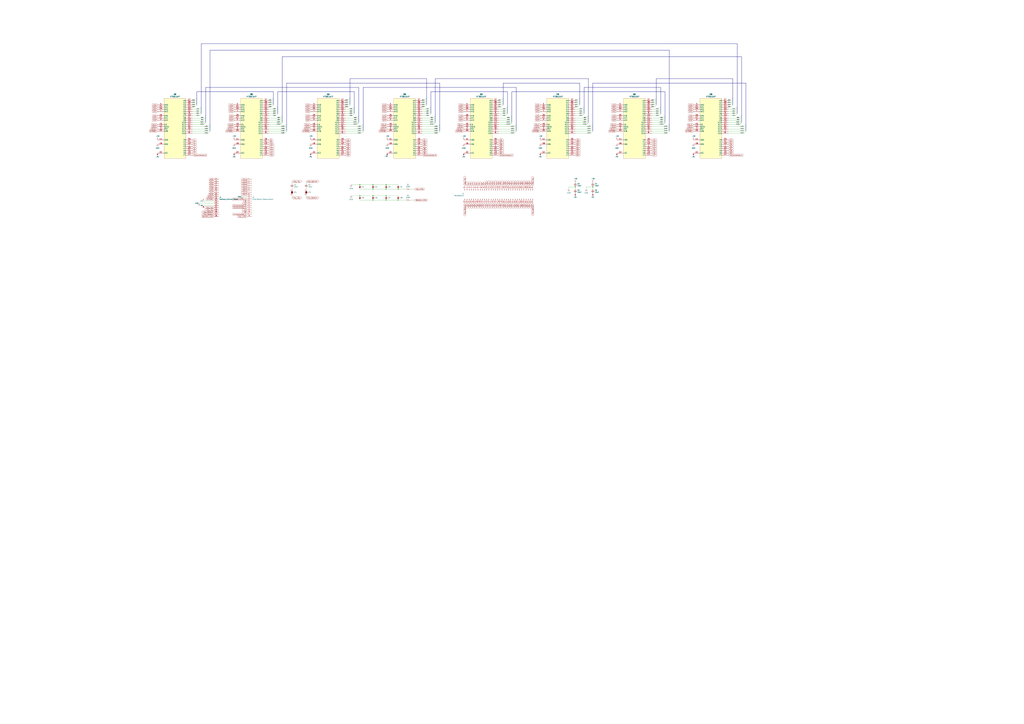
<source format=kicad_sch>
(kicad_sch (version 20230121) (generator eeschema)
  (paper "A0")
  (junction (at 433.07 227.33))
  (junction (at 433.07 232.41))
  (junction (at 462.28 232.41))
  (junction (at 668.02 217.17))
  (junction (at 448.31 232.41))
  (junction (at 462.28 219.71))
  (junction (at 417.83 214.63))
  (junction (at 448.31 227.33))
  (junction (at 688.34 217.17))
  (junction (at 433.07 214.63))
  (junction (at 448.31 214.63))
  (junction (at 448.31 219.71))
  (junction (at 433.07 219.71))
  (junction (at 417.83 227.33))
  (bus_entry (at 855.98 132.08) (size -2.54 2.54))
  (bus_entry (at 243.84 149.86) (size -2.54 2.54))
  (bus_entry (at 228.6 119.38) (size -2.54 2.54))
  (bus_entry (at 510.54 152.4) (size -2.54 2.54))
  (bus_entry (at 683.26 134.62) (size -2.54 2.54))
  (bus_entry (at 777.24 152.4) (size -2.54 2.54))
  (bus_entry (at 406.4 116.84) (size -2.54 2.54))
  (bus_entry (at 416.56 137.16) (size -2.54 2.54))
  (bus_entry (at 861.06 139.7) (size -2.54 2.54))
  (bus_entry (at 327.66 142.24) (size -2.54 2.54))
  (bus_entry (at 411.48 127) (size -2.54 2.54))
  (bus_entry (at 584.2 119.38) (size -2.54 2.54))
  (bus_entry (at 762 121.92) (size -2.54 2.54))
  (bus_entry (at 243.84 152.4) (size -2.54 2.54))
  (bus_entry (at 411.48 132.08) (size -2.54 2.54))
  (bus_entry (at 767.08 129.54) (size -2.54 2.54))
  (bus_entry (at 332.74 144.78) (size -2.54 2.54))
  (bus_entry (at 688.34 144.78) (size -2.54 2.54))
  (bus_entry (at 238.76 139.7) (size -2.54 2.54))
  (bus_entry (at 243.84 147.32) (size -2.54 2.54))
  (bus_entry (at 411.48 129.54) (size -2.54 2.54))
  (bus_entry (at 594.36 139.7) (size -2.54 2.54))
  (bus_entry (at 777.24 144.78) (size -2.54 2.54))
  (bus_entry (at 317.5 119.38) (size -2.54 2.54))
  (bus_entry (at 599.44 144.78) (size -2.54 2.54))
  (bus_entry (at 421.64 149.86) (size -2.54 2.54))
  (bus_entry (at 228.6 114.3) (size -2.54 2.54))
  (bus_entry (at 584.2 121.92) (size -2.54 2.54))
  (bus_entry (at 850.9 114.3) (size -2.54 2.54))
  (bus_entry (at 861.06 134.62) (size -2.54 2.54))
  (bus_entry (at 228.6 116.84) (size -2.54 2.54))
  (bus_entry (at 762 114.3) (size -2.54 2.54))
  (bus_entry (at 233.68 124.46) (size -2.54 2.54))
  (bus_entry (at 673.1 114.3) (size -2.54 2.54))
  (bus_entry (at 599.44 147.32) (size -2.54 2.54))
  (bus_entry (at 500.38 132.08) (size -2.54 2.54))
  (bus_entry (at 505.46 137.16) (size -2.54 2.54))
  (bus_entry (at 510.54 149.86) (size -2.54 2.54))
  (bus_entry (at 317.5 114.3) (size -2.54 2.54))
  (bus_entry (at 421.64 144.78) (size -2.54 2.54))
  (bus_entry (at 589.28 132.08) (size -2.54 2.54))
  (bus_entry (at 505.46 142.24) (size -2.54 2.54))
  (bus_entry (at 238.76 134.62) (size -2.54 2.54))
  (bus_entry (at 495.3 119.38) (size -2.54 2.54))
  (bus_entry (at 510.54 144.78) (size -2.54 2.54))
  (bus_entry (at 505.46 139.7) (size -2.54 2.54))
  (bus_entry (at 589.28 124.46) (size -2.54 2.54))
  (bus_entry (at 762 116.84) (size -2.54 2.54))
  (bus_entry (at 322.58 127) (size -2.54 2.54))
  (bus_entry (at 495.3 116.84) (size -2.54 2.54))
  (bus_entry (at 228.6 121.92) (size -2.54 2.54))
  (bus_entry (at 510.54 147.32) (size -2.54 2.54))
  (bus_entry (at 777.24 149.86) (size -2.54 2.54))
  (bus_entry (at 688.34 152.4) (size -2.54 2.54))
  (bus_entry (at 683.26 142.24) (size -2.54 2.54))
  (bus_entry (at 678.18 127) (size -2.54 2.54))
  (bus_entry (at 678.18 132.08) (size -2.54 2.54))
  (bus_entry (at 317.5 121.92) (size -2.54 2.54))
  (bus_entry (at 688.34 147.32) (size -2.54 2.54))
  (bus_entry (at 416.56 142.24) (size -2.54 2.54))
  (bus_entry (at 683.26 137.16) (size -2.54 2.54))
  (bus_entry (at 500.38 124.46) (size -2.54 2.54))
  (bus_entry (at 850.9 119.38) (size -2.54 2.54))
  (bus_entry (at 866.14 147.32) (size -2.54 2.54))
  (bus_entry (at 411.48 124.46) (size -2.54 2.54))
  (bus_entry (at 767.08 127) (size -2.54 2.54))
  (bus_entry (at 500.38 127) (size -2.54 2.54))
  (bus_entry (at 327.66 134.62) (size -2.54 2.54))
  (bus_entry (at 416.56 142.24) (size -2.54 2.54))
  (bus_entry (at 772.16 137.16) (size -2.54 2.54))
  (bus_entry (at 673.1 116.84) (size -2.54 2.54))
  (bus_entry (at 594.36 134.62) (size -2.54 2.54))
  (bus_entry (at 327.66 142.24) (size -2.54 2.54))
  (bus_entry (at 584.2 114.3) (size -2.54 2.54))
  (bus_entry (at 861.06 142.24) (size -2.54 2.54))
  (bus_entry (at 332.74 147.32) (size -2.54 2.54))
  (bus_entry (at 317.5 116.84) (size -2.54 2.54))
  (bus_entry (at 584.2 116.84) (size -2.54 2.54))
  (bus_entry (at 673.1 119.38) (size -2.54 2.54))
  (bus_entry (at 772.16 142.24) (size -2.54 2.54))
  (bus_entry (at 866.14 149.86) (size -2.54 2.54))
  (bus_entry (at 850.9 121.92) (size -2.54 2.54))
  (bus_entry (at 406.4 121.92) (size -2.54 2.54))
  (bus_entry (at 594.36 137.16) (size -2.54 2.54))
  (bus_entry (at 850.9 116.84) (size -2.54 2.54))
  (bus_entry (at 238.76 142.24) (size -2.54 2.54))
  (bus_entry (at 589.28 127) (size -2.54 2.54))
  (bus_entry (at 589.28 129.54) (size -2.54 2.54))
  (bus_entry (at 416.56 134.62) (size -2.54 2.54))
  (bus_entry (at 233.68 129.54) (size -2.54 2.54))
  (bus_entry (at 505.46 134.62) (size -2.54 2.54))
  (bus_entry (at 500.38 129.54) (size -2.54 2.54))
  (bus_entry (at 767.08 132.08) (size -2.54 2.54))
  (bus_entry (at 322.58 132.08) (size -2.54 2.54))
  (bus_entry (at 495.3 114.3) (size -2.54 2.54))
  (bus_entry (at 505.46 142.24) (size -2.54 2.54))
  (bus_entry (at 688.34 149.86) (size -2.54 2.54))
  (bus_entry (at 243.84 144.78) (size -2.54 2.54))
  (bus_entry (at 772.16 134.62) (size -2.54 2.54))
  (bus_entry (at 421.64 152.4) (size -2.54 2.54))
  (bus_entry (at 233.68 127) (size -2.54 2.54))
  (bus_entry (at 332.74 149.86) (size -2.54 2.54))
  (bus_entry (at 866.14 152.4) (size -2.54 2.54))
  (bus_entry (at 855.98 129.54) (size -2.54 2.54))
  (bus_entry (at 683.26 142.24) (size -2.54 2.54))
  (bus_entry (at 495.3 121.92) (size -2.54 2.54))
  (bus_entry (at 421.64 147.32) (size -2.54 2.54))
  (bus_entry (at 777.24 147.32) (size -2.54 2.54))
  (bus_entry (at 327.66 137.16) (size -2.54 2.54))
  (bus_entry (at 861.06 142.24) (size -2.54 2.54))
  (bus_entry (at 772.16 139.7) (size -2.54 2.54))
  (bus_entry (at 866.14 144.78) (size -2.54 2.54))
  (bus_entry (at 594.36 142.24) (size -2.54 2.54))
  (bus_entry (at 327.66 139.7) (size -2.54 2.54))
  (bus_entry (at 322.58 129.54) (size -2.54 2.54))
  (bus_entry (at 762 119.38) (size -2.54 2.54))
  (bus_entry (at 233.68 132.08) (size -2.54 2.54))
  (bus_entry (at 332.74 152.4) (size -2.54 2.54))
  (bus_entry (at 767.08 124.46) (size -2.54 2.54))
  (bus_entry (at 406.4 114.3) (size -2.54 2.54))
  (bus_entry (at 673.1 121.92) (size -2.54 2.54))
  (bus_entry (at 238.76 137.16) (size -2.54 2.54))
  (bus_entry (at 594.36 142.24) (size -2.54 2.54))
  (bus_entry (at 678.18 124.46) (size -2.54 2.54))
  (bus_entry (at 855.98 124.46) (size -2.54 2.54))
  (bus_entry (at 683.26 139.7) (size -2.54 2.54))
  (bus_entry (at 238.76 142.24) (size -2.54 2.54))
  (bus_entry (at 861.06 137.16) (size -2.54 2.54))
  (bus_entry (at 406.4 119.38) (size -2.54 2.54))
  (bus_entry (at 855.98 127) (size -2.54 2.54))
  (bus_entry (at 772.16 142.24) (size -2.54 2.54))
  (bus_entry (at 416.56 139.7) (size -2.54 2.54))
  (bus_entry (at 322.58 124.46) (size -2.54 2.54))
  (bus_entry (at 678.18 129.54) (size -2.54 2.54))
  (bus_entry (at 599.44 152.4) (size -2.54 2.54))
  (bus_entry (at 599.44 149.86) (size -2.54 2.54))
  (wire (pts (xy 312.42 132.08) (xy 320.04 132.08)))
  (bus (pts (xy 228.6 114.3) (xy 228.6 116.84)))
  (bus (pts (xy 411.48 106.68) (xy 411.48 124.46)))
  (bus (pts (xy 243.84 58.42) (xy 243.84 144.78)))
  (wire (pts (xy 223.52 149.86) (xy 241.3 149.86)))
  (wire (pts (xy 223.52 137.16) (xy 236.22 137.16)))
  (bus (pts (xy 861.06 137.16) (xy 861.06 139.7)))
  (wire (pts (xy 756.92 137.16) (xy 769.62 137.16)))
  (bus (pts (xy 406.4 114.3) (xy 406.4 116.84)))
  (wire (pts (xy 448.31 227.33) (xy 433.07 227.33)))
  (wire (pts (xy 314.96 119.38) (xy 312.42 119.38)))
  (wire (pts (xy 579.12 142.24) (xy 591.82 142.24)))
  (bus (pts (xy 589.28 127) (xy 589.28 129.54)))
  (wire (pts (xy 668.02 142.24) (xy 680.72 142.24)))
  (bus (pts (xy 673.1 114.3) (xy 673.1 116.84)))
  (bus (pts (xy 495.3 119.38) (xy 495.3 121.92)))
  (wire (pts (xy 670.56 124.46) (xy 668.02 124.46)))
  (wire (pts (xy 223.52 121.92) (xy 226.06 121.92)))
  (bus (pts (xy 861.06 139.7) (xy 861.06 142.24)))
  (bus (pts (xy 495.3 116.84) (xy 495.3 119.38)))
  (bus (pts (xy 416.56 137.16) (xy 416.56 139.7)))
  (bus (pts (xy 683.26 91.44) (xy 683.26 134.62)))
  (bus (pts (xy 678.18 124.46) (xy 678.18 127)))
  (wire (pts (xy 490.22 152.4) (xy 508 152.4)))
  (wire (pts (xy 403.86 119.38) (xy 401.32 119.38)))
  (wire (pts (xy 236.22 238.76) (xy 248.92 238.76)))
  (bus (pts (xy 683.26 134.62) (xy 683.26 137.16)))
  (bus (pts (xy 322.58 124.46) (xy 322.58 127)))
  (bus (pts (xy 416.56 139.7) (xy 416.56 142.24)))
  (wire (pts (xy 756.92 139.7) (xy 769.62 139.7)))
  (wire (pts (xy 490.22 132.08) (xy 497.84 132.08)))
  (bus (pts (xy 688.34 144.78) (xy 688.34 147.32)))
  (wire (pts (xy 848.36 119.38) (xy 845.82 119.38)))
  (wire (pts (xy 668.02 217.17) (xy 668.02 219.71)))
  (bus (pts (xy 322.58 127) (xy 322.58 129.54)))
  (wire (pts (xy 490.22 134.62) (xy 497.84 134.62)))
  (wire (pts (xy 312.42 152.4) (xy 330.2 152.4)))
  (wire (pts (xy 581.66 119.38) (xy 579.12 119.38)))
  (wire (pts (xy 668.02 116.84) (xy 670.56 116.84)))
  (bus (pts (xy 317.5 116.84) (xy 317.5 119.38)))
  (wire (pts (xy 226.06 124.46) (xy 223.52 124.46)))
  (wire (pts (xy 490.22 121.92) (xy 492.76 121.92)))
  (bus (pts (xy 505.46 91.44) (xy 683.26 91.44)))
  (wire (pts (xy 462.28 232.41) (xy 448.31 232.41)))
  (bus (pts (xy 683.26 137.16) (xy 683.26 139.7)))
  (wire (pts (xy 668.02 147.32) (xy 685.8 147.32)))
  (wire (pts (xy 462.28 227.33) (xy 448.31 227.33)))
  (bus (pts (xy 673.1 116.84) (xy 673.1 119.38)))
  (wire (pts (xy 312.42 139.7) (xy 325.12 139.7)))
  (bus (pts (xy 505.46 139.7) (xy 505.46 142.24)))
  (wire (pts (xy 433.07 214.63) (xy 417.83 214.63)))
  (bus (pts (xy 866.14 96.52) (xy 866.14 144.78)))
  (bus (pts (xy 228.6 119.38) (xy 228.6 121.92)))
  (wire (pts (xy 668.02 154.94) (xy 685.8 154.94)))
  (wire (pts (xy 490.22 147.32) (xy 508 147.32)))
  (wire (pts (xy 339.09 218.44) (xy 339.09 219.71)))
  (wire (pts (xy 401.32 121.92) (xy 403.86 121.92)))
  (wire (pts (xy 668.02 134.62) (xy 675.64 134.62)))
  (wire (pts (xy 448.31 219.71) (xy 433.07 219.71)))
  (wire (pts (xy 355.6 213.36) (xy 355.6 210.82)))
  (bus (pts (xy 584.2 96.52) (xy 673.1 96.52)))
  (bus (pts (xy 594.36 137.16) (xy 594.36 139.7)))
  (wire (pts (xy 401.32 127) (xy 408.94 127)))
  (bus (pts (xy 584.2 114.3) (xy 584.2 116.84)))
  (bus (pts (xy 327.66 139.7) (xy 327.66 142.24)))
  (bus (pts (xy 767.08 101.6) (xy 767.08 124.46)))
  (bus (pts (xy 500.38 106.68) (xy 589.28 106.68)))
  (wire (pts (xy 314.96 124.46) (xy 312.42 124.46)))
  (bus (pts (xy 228.6 106.68) (xy 228.6 114.3)))
  (bus (pts (xy 762 91.44) (xy 762 114.3)))
  (bus (pts (xy 510.54 96.52) (xy 510.54 144.78)))
  (bus (pts (xy 688.34 149.86) (xy 688.34 152.4)))
  (wire (pts (xy 756.92 142.24) (xy 769.62 142.24)))
  (wire (pts (xy 756.92 116.84) (xy 759.46 116.84)))
  (bus (pts (xy 594.36 106.68) (xy 594.36 134.62)))
  (wire (pts (xy 579.12 149.86) (xy 596.9 149.86)))
  (bus (pts (xy 495.3 114.3) (xy 495.3 116.84)))
  (bus (pts (xy 584.2 96.52) (xy 584.2 114.3)))
  (wire (pts (xy 490.22 127) (xy 497.84 127)))
  (bus (pts (xy 238.76 101.6) (xy 238.76 134.62)))
  (bus (pts (xy 762 119.38) (xy 762 121.92)))
  (wire (pts (xy 401.32 154.94) (xy 419.1 154.94)))
  (wire (pts (xy 848.36 124.46) (xy 845.82 124.46)))
  (wire (pts (xy 668.02 137.16) (xy 680.72 137.16)))
  (wire (pts (xy 845.82 127) (xy 853.44 127)))
  (wire (pts (xy 579.12 116.84) (xy 581.66 116.84)))
  (bus (pts (xy 510.54 149.86) (xy 510.54 152.4)))
  (bus (pts (xy 233.68 124.46) (xy 233.68 127)))
  (wire (pts (xy 433.07 232.41) (xy 417.83 232.41)))
  (wire (pts (xy 223.52 132.08) (xy 231.14 132.08)))
  (wire (pts (xy 401.32 152.4) (xy 419.1 152.4)))
  (wire (pts (xy 579.12 121.92) (xy 581.66 121.92)))
  (wire (pts (xy 668.02 127) (xy 675.64 127)))
  (bus (pts (xy 500.38 127) (xy 500.38 129.54)))
  (bus (pts (xy 584.2 116.84) (xy 584.2 119.38)))
  (bus (pts (xy 777.24 149.86) (xy 777.24 152.4)))
  (wire (pts (xy 756.92 132.08) (xy 764.54 132.08)))
  (bus (pts (xy 332.74 147.32) (xy 332.74 149.86)))
  (bus (pts (xy 673.1 119.38) (xy 673.1 121.92)))
  (bus (pts (xy 850.9 119.38) (xy 850.9 121.92)))
  (bus (pts (xy 855.98 124.46) (xy 855.98 127)))
  (bus (pts (xy 599.44 144.78) (xy 599.44 147.32)))
  (bus (pts (xy 678.18 101.6) (xy 678.18 124.46)))
  (bus (pts (xy 599.44 147.32) (xy 599.44 149.86)))
  (bus (pts (xy 322.58 106.68) (xy 322.58 124.46)))
  (bus (pts (xy 228.6 116.84) (xy 228.6 119.38)))
  (bus (pts (xy 406.4 91.44) (xy 495.3 91.44)))
  (bus (pts (xy 327.66 66.04) (xy 861.06 66.04)))
  (wire (pts (xy 403.86 124.46) (xy 401.32 124.46)))
  (bus (pts (xy 762 91.44) (xy 850.9 91.44)))
  (wire (pts (xy 312.42 127) (xy 320.04 127)))
  (wire (pts (xy 490.22 149.86) (xy 508 149.86)))
  (wire (pts (xy 312.42 134.62) (xy 320.04 134.62)))
  (wire (pts (xy 448.31 214.63) (xy 433.07 214.63)))
  (bus (pts (xy 855.98 50.8) (xy 855.98 124.46)))
  (wire (pts (xy 401.32 147.32) (xy 419.1 147.32)))
  (wire (pts (xy 401.32 142.24) (xy 414.02 142.24)))
  (bus (pts (xy 332.74 149.86) (xy 332.74 152.4)))
  (bus (pts (xy 678.18 127) (xy 678.18 129.54)))
  (bus (pts (xy 777.24 58.42) (xy 777.24 144.78)))
  (wire (pts (xy 668.02 132.08) (xy 675.64 132.08)))
  (bus (pts (xy 678.18 101.6) (xy 767.08 101.6)))
  (bus (pts (xy 322.58 106.68) (xy 411.48 106.68)))
  (bus (pts (xy 855.98 127) (xy 855.98 129.54)))
  (bus (pts (xy 327.66 137.16) (xy 327.66 139.7)))
  (bus (pts (xy 584.2 119.38) (xy 584.2 121.92)))
  (bus (pts (xy 510.54 144.78) (xy 510.54 147.32)))
  (wire (pts (xy 845.82 129.54) (xy 853.44 129.54)))
  (wire (pts (xy 490.22 116.84) (xy 492.76 116.84)))
  (wire (pts (xy 688.34 217.17) (xy 688.34 219.71)))
  (bus (pts (xy 411.48 129.54) (xy 411.48 132.08)))
  (bus (pts (xy 238.76 101.6) (xy 416.56 101.6)))
  (wire (pts (xy 223.52 142.24) (xy 236.22 142.24)))
  (wire (pts (xy 471.17 232.41) (xy 462.28 232.41)))
  (wire (pts (xy 471.17 219.71) (xy 462.28 219.71)))
  (bus (pts (xy 317.5 106.68) (xy 317.5 114.3)))
  (wire (pts (xy 417.83 227.33) (xy 407.67 227.33)))
  (wire (pts (xy 401.32 144.78) (xy 414.02 144.78)))
  (wire (pts (xy 756.92 147.32) (xy 774.7 147.32)))
  (wire (pts (xy 312.42 147.32) (xy 330.2 147.32)))
  (bus (pts (xy 406.4 91.44) (xy 406.4 114.3)))
  (wire (pts (xy 845.82 142.24) (xy 858.52 142.24)))
  (wire (pts (xy 355.6 227.33) (xy 355.6 229.87)))
  (bus (pts (xy 594.36 134.62) (xy 594.36 137.16)))
  (bus (pts (xy 421.64 144.78) (xy 421.64 147.32)))
  (wire (pts (xy 223.52 152.4) (xy 241.3 152.4)))
  (bus (pts (xy 850.9 114.3) (xy 850.9 116.84)))
  (wire (pts (xy 668.02 217.17) (xy 660.4 217.17)))
  (bus (pts (xy 866.14 144.78) (xy 866.14 147.32)))
  (bus (pts (xy 322.58 129.54) (xy 322.58 132.08)))
  (bus (pts (xy 238.76 137.16) (xy 238.76 139.7)))
  (bus (pts (xy 233.68 50.8) (xy 855.98 50.8)))
  (bus (pts (xy 850.9 116.84) (xy 850.9 119.38)))
  (wire (pts (xy 433.07 227.33) (xy 417.83 227.33)))
  (wire (pts (xy 490.22 137.16) (xy 502.92 137.16)))
  (bus (pts (xy 421.64 147.32) (xy 421.64 149.86)))
  (wire (pts (xy 845.82 137.16) (xy 858.52 137.16)))
  (wire (pts (xy 579.12 134.62) (xy 586.74 134.62)))
  (bus (pts (xy 332.74 144.78) (xy 332.74 147.32)))
  (wire (pts (xy 223.52 134.62) (xy 231.14 134.62)))
  (wire (pts (xy 668.02 144.78) (xy 680.72 144.78)))
  (bus (pts (xy 861.06 66.04) (xy 861.06 134.62)))
  (wire (pts (xy 579.12 129.54) (xy 586.74 129.54)))
  (wire (pts (xy 579.12 147.32) (xy 596.9 147.32)))
  (wire (pts (xy 481.33 219.71) (xy 476.25 219.71)))
  (bus (pts (xy 317.5 119.38) (xy 317.5 121.92)))
  (bus (pts (xy 861.06 134.62) (xy 861.06 137.16)))
  (bus (pts (xy 238.76 139.7) (xy 238.76 142.24)))
  (wire (pts (xy 668.02 152.4) (xy 685.8 152.4)))
  (bus (pts (xy 866.14 149.86) (xy 866.14 152.4)))
  (bus (pts (xy 317.5 114.3) (xy 317.5 116.84)))
  (bus (pts (xy 421.64 149.86) (xy 421.64 152.4)))
  (wire (pts (xy 579.12 154.94) (xy 596.9 154.94)))
  (wire (pts (xy 845.82 152.4) (xy 863.6 152.4)))
  (wire (pts (xy 756.92 154.94) (xy 774.7 154.94)))
  (bus (pts (xy 500.38 106.68) (xy 500.38 124.46)))
  (wire (pts (xy 756.92 149.86) (xy 774.7 149.86)))
  (bus (pts (xy 767.08 127) (xy 767.08 129.54)))
  (wire (pts (xy 231.14 236.22) (xy 248.92 236.22)))
  (wire (pts (xy 223.52 147.32) (xy 241.3 147.32)))
  (wire (pts (xy 312.42 116.84) (xy 314.96 116.84)))
  (wire (pts (xy 668.02 149.86) (xy 685.8 149.86)))
  (wire (pts (xy 756.92 134.62) (xy 764.54 134.62)))
  (bus (pts (xy 589.28 106.68) (xy 589.28 124.46)))
  (wire (pts (xy 223.52 139.7) (xy 236.22 139.7)))
  (wire (pts (xy 579.12 132.08) (xy 586.74 132.08)))
  (wire (pts (xy 401.32 116.84) (xy 403.86 116.84)))
  (wire (pts (xy 490.22 154.94) (xy 508 154.94)))
  (wire (pts (xy 339.09 227.33) (xy 339.09 229.87)))
  (wire (pts (xy 312.42 149.86) (xy 330.2 149.86)))
  (wire (pts (xy 579.12 139.7) (xy 591.82 139.7)))
  (wire (pts (xy 339.09 210.82) (xy 339.09 213.36)))
  (wire (pts (xy 312.42 121.92) (xy 314.96 121.92)))
  (wire (pts (xy 223.52 154.94) (xy 241.3 154.94)))
  (wire (pts (xy 312.42 142.24) (xy 325.12 142.24)))
  (wire (pts (xy 845.82 149.86) (xy 863.6 149.86)))
  (wire (pts (xy 417.83 214.63) (xy 407.67 214.63)))
  (bus (pts (xy 243.84 147.32) (xy 243.84 149.86)))
  (wire (pts (xy 845.82 121.92) (xy 848.36 121.92)))
  (wire (pts (xy 481.33 232.41) (xy 476.25 232.41)))
  (bus (pts (xy 500.38 129.54) (xy 500.38 132.08)))
  (wire (pts (xy 462.28 214.63) (xy 448.31 214.63)))
  (wire (pts (xy 845.82 134.62) (xy 853.44 134.62)))
  (wire (pts (xy 579.12 144.78) (xy 591.82 144.78)))
  (wire (pts (xy 312.42 137.16) (xy 325.12 137.16)))
  (bus (pts (xy 688.34 96.52) (xy 866.14 96.52)))
  (bus (pts (xy 411.48 124.46) (xy 411.48 127)))
  (bus (pts (xy 772.16 106.68) (xy 772.16 134.62)))
  (bus (pts (xy 495.3 91.44) (xy 495.3 114.3)))
  (wire (pts (xy 579.12 152.4) (xy 596.9 152.4)))
  (wire (pts (xy 845.82 154.94) (xy 863.6 154.94)))
  (bus (pts (xy 599.44 101.6) (xy 599.44 144.78)))
  (bus (pts (xy 777.24 147.32) (xy 777.24 149.86)))
  (wire (pts (xy 226.06 119.38) (xy 223.52 119.38)))
  (wire (pts (xy 401.32 134.62) (xy 408.94 134.62)))
  (wire (pts (xy 579.12 127) (xy 586.74 127)))
  (wire (pts (xy 490.22 144.78) (xy 502.92 144.78)))
  (bus (pts (xy 238.76 134.62) (xy 238.76 137.16)))
  (wire (pts (xy 668.02 139.7) (xy 680.72 139.7)))
  (wire (pts (xy 845.82 139.7) (xy 858.52 139.7)))
  (wire (pts (xy 448.31 232.41) (xy 433.07 232.41)))
  (wire (pts (xy 223.52 127) (xy 231.14 127)))
  (bus (pts (xy 406.4 116.84) (xy 406.4 119.38)))
  (bus (pts (xy 772.16 139.7) (xy 772.16 142.24)))
  (bus (pts (xy 762 114.3) (xy 762 116.84)))
  (wire (pts (xy 668.02 129.54) (xy 675.64 129.54)))
  (bus (pts (xy 421.64 101.6) (xy 421.64 144.78)))
  (bus (pts (xy 599.44 149.86) (xy 599.44 152.4)))
  (wire (pts (xy 845.82 147.32) (xy 863.6 147.32)))
  (wire (pts (xy 490.22 142.24) (xy 502.92 142.24)))
  (bus (pts (xy 678.18 129.54) (xy 678.18 132.08)))
  (wire (pts (xy 401.32 132.08) (xy 408.94 132.08)))
  (wire (pts (xy 759.46 124.46) (xy 756.92 124.46)))
  (wire (pts (xy 668.02 121.92) (xy 670.56 121.92)))
  (wire (pts (xy 845.82 144.78) (xy 858.52 144.78)))
  (wire (pts (xy 756.92 152.4) (xy 774.7 152.4)))
  (wire (pts (xy 670.56 119.38) (xy 668.02 119.38)))
  (wire (pts (xy 355.6 218.44) (xy 355.6 219.71)))
  (wire (pts (xy 492.76 124.46) (xy 490.22 124.46)))
  (wire (pts (xy 492.76 119.38) (xy 490.22 119.38)))
  (wire (pts (xy 462.28 219.71) (xy 448.31 219.71)))
  (wire (pts (xy 401.32 129.54) (xy 408.94 129.54)))
  (wire (pts (xy 680.72 217.17) (xy 680.72 219.71)))
  (bus (pts (xy 688.34 96.52) (xy 688.34 144.78)))
  (bus (pts (xy 855.98 129.54) (xy 855.98 132.08)))
  (bus (pts (xy 772.16 137.16) (xy 772.16 139.7)))
  (wire (pts (xy 401.32 139.7) (xy 414.02 139.7)))
  (wire (pts (xy 756.92 127) (xy 764.54 127)))
  (bus (pts (xy 411.48 127) (xy 411.48 129.54)))
  (wire (pts (xy 248.92 233.68) (xy 236.22 233.68)))
  (wire (pts (xy 312.42 129.54) (xy 320.04 129.54)))
  (wire (pts (xy 581.66 124.46) (xy 579.12 124.46)))
  (bus (pts (xy 673.1 96.52) (xy 673.1 114.3)))
  (bus (pts (xy 762 116.84) (xy 762 119.38)))
  (bus (pts (xy 327.66 66.04) (xy 327.66 134.62)))
  (wire (pts (xy 759.46 119.38) (xy 756.92 119.38)))
  (wire (pts (xy 845.82 132.08) (xy 853.44 132.08)))
  (bus (pts (xy 505.46 91.44) (xy 505.46 134.62)))
  (bus (pts (xy 416.56 134.62) (xy 416.56 137.16)))
  (wire (pts (xy 312.42 154.94) (xy 330.2 154.94)))
  (bus (pts (xy 243.84 144.78) (xy 243.84 147.32)))
  (wire (pts (xy 223.52 144.78) (xy 236.22 144.78)))
  (wire (pts (xy 688.34 217.17) (xy 680.72 217.17)))
  (bus (pts (xy 416.56 101.6) (xy 416.56 134.62)))
  (wire (pts (xy 756.92 144.78) (xy 769.62 144.78)))
  (bus (pts (xy 505.46 137.16) (xy 505.46 139.7)))
  (bus (pts (xy 594.36 106.68) (xy 772.16 106.68)))
  (bus (pts (xy 683.26 139.7) (xy 683.26 142.24)))
  (bus (pts (xy 589.28 124.46) (xy 589.28 127)))
  (bus (pts (xy 406.4 119.38) (xy 406.4 121.92)))
  (wire (pts (xy 660.4 217.17) (xy 660.4 219.71)))
  (bus (pts (xy 228.6 106.68) (xy 317.5 106.68)))
  (wire (pts (xy 490.22 129.54) (xy 497.84 129.54)))
  (wire (pts (xy 223.52 129.54) (xy 231.14 129.54)))
  (bus (pts (xy 500.38 124.46) (xy 500.38 127)))
  (wire (pts (xy 433.07 219.71) (xy 417.83 219.71)))
  (bus (pts (xy 243.84 58.42) (xy 777.24 58.42)))
  (wire (pts (xy 312.42 144.78) (xy 325.12 144.78)))
  (wire (pts (xy 756.92 121.92) (xy 759.46 121.92)))
  (bus (pts (xy 332.74 96.52) (xy 332.74 144.78)))
  (bus (pts (xy 850.9 91.44) (xy 850.9 114.3)))
  (wire (pts (xy 845.82 116.84) (xy 848.36 116.84)))
  (bus (pts (xy 866.14 147.32) (xy 866.14 149.86)))
  (bus (pts (xy 777.24 144.78) (xy 777.24 147.32)))
  (wire (pts (xy 223.52 116.84) (xy 226.06 116.84)))
  (wire (pts (xy 756.92 129.54) (xy 764.54 129.54)))
  (wire (pts (xy 579.12 137.16) (xy 591.82 137.16)))
  (bus (pts (xy 510.54 147.32) (xy 510.54 149.86)))
  (bus (pts (xy 505.46 134.62) (xy 505.46 137.16)))
  (bus (pts (xy 332.74 96.52) (xy 510.54 96.52)))
  (bus (pts (xy 327.66 134.62) (xy 327.66 137.16)))
  (wire (pts (xy 401.32 149.86) (xy 419.1 149.86)))
  (bus (pts (xy 233.68 127) (xy 233.68 129.54)))
  (bus (pts (xy 233.68 50.8) (xy 233.68 124.46)))
  (bus (pts (xy 772.16 134.62) (xy 772.16 137.16)))
  (bus (pts (xy 594.36 139.7) (xy 594.36 142.24)))
  (bus (pts (xy 421.64 101.6) (xy 599.44 101.6)))
  (bus (pts (xy 767.08 124.46) (xy 767.08 127)))
  (wire (pts (xy 280.67 228.6) (xy 287.02 228.6)))
  (bus (pts (xy 767.08 129.54) (xy 767.08 132.08)))
  (bus (pts (xy 243.84 149.86) (xy 243.84 152.4)))
  (bus (pts (xy 688.34 147.32) (xy 688.34 149.86)))
  (wire (pts (xy 401.32 137.16) (xy 414.02 137.16)))
  (bus (pts (xy 589.28 129.54) (xy 589.28 132.08)))
  (wire (pts (xy 490.22 139.7) (xy 502.92 139.7)))
  (bus (pts (xy 233.68 129.54) (xy 233.68 132.08)))
  (label "X9BH" (at 858.52 139.7 180) (effects (font (size 0.762 0.762))))
  (label "X13FH" (at 685.8 149.86 180) (effects (font (size 0.762 0.762))))
  (label "X6AH" (at 231.14 132.08 180) (effects (font (size 0.762 0.762))))
  (label "X0AB" (at 226.06 116.84 180) (effects (font (size 0.762 0.762))))
  (label "X6DE" (at 497.84 132.08 180) (effects (font (size 0.762 0.762))))
  (label "X14AG" (at 241.3 152.4 180) (effects (font (size 0.762 0.762))))
  (label "X14FH" (at 863.6 152.4 180) (effects (font (size 0.762 0.762))))
  (label "X9EG" (at 591.82 139.7 180) (effects (font (size 0.762 0.762))))
  (label "X3AB" (at 226.06 124.46 180) (effects (font (size 0.762 0.762))))
  (label "X4FG" (at 675.64 127 180) (effects (font (size 0.762 0.762))))
  (label "X8DF" (at 680.72 137.16 180) (effects (font (size 0.762 0.762))))
  (label "X10EG" (at 591.82 142.24 180) (effects (font (size 0.762 0.762))))
  (label "X3GH" (at 848.36 124.46 180) (effects (font (size 0.762 0.762))))
  (label "X11BH" (at 325.12 144.78 180) (effects (font (size 0.762 0.762))))
  (label "X2AB" (at 226.06 121.92 180) (effects (font (size 0.762 0.762))))
  (label "X12AG" (at 774.7 147.32 180) (effects (font (size 0.762 0.762))))
  (label "X1CD" (at 403.86 119.38 180) (effects (font (size 0.762 0.762))))
  (label "X11EG" (at 769.62 144.78 180) (effects (font (size 0.762 0.762))))
  (label "X13AG" (at 774.7 149.86 180) (effects (font (size 0.762 0.762))))
  (label "X2CD" (at 403.86 121.92 180) (effects (font (size 0.762 0.762))))
  (label "X12CE" (at 596.9 147.32 180) (effects (font (size 0.762 0.762))))
  (label "X1GH" (at 848.36 119.38 180) (effects (font (size 0.762 0.762))))
  (label "X3CD" (at 492.76 124.46 180) (effects (font (size 0.762 0.762))))
  (label "X1AB" (at 226.06 119.38 180) (effects (font (size 0.762 0.762))))
  (label "X3CD" (at 403.86 124.46 180) (effects (font (size 0.762 0.762))))
  (label "X6FG" (at 675.64 132.08 180) (effects (font (size 0.762 0.762))))
  (label "X15FH" (at 685.8 154.94 180) (effects (font (size 0.762 0.762))))
  (label "X10AC" (at 236.22 142.24 180) (effects (font (size 0.762 0.762))))
  (label "X13BD" (at 330.2 149.86 180) (effects (font (size 0.762 0.762))))
  (label "X6BC" (at 408.94 132.08 180) (effects (font (size 0.762 0.762))))
  (label "X5AH" (at 853.44 129.54 180) (effects (font (size 0.762 0.762))))
  (label "X2GH" (at 759.46 121.92 180) (effects (font (size 0.762 0.762))))
  (label "X5DE" (at 497.84 129.54 180) (effects (font (size 0.762 0.762))))
  (label "X4DE" (at 586.74 127 180) (effects (font (size 0.762 0.762))))
  (label "X15BD" (at 330.2 154.94 180) (effects (font (size 0.762 0.762))))
  (label "X1AB" (at 314.96 119.38 180) (effects (font (size 0.762 0.762))))
  (label "X11BH" (at 858.52 144.78 180) (effects (font (size 0.762 0.762))))
  (label "X9DF" (at 502.92 139.7 180) (effects (font (size 0.762 0.762))))
  (label "X9BH" (at 325.12 139.7 180) (effects (font (size 0.762 0.762))))
  (label "X2EF" (at 581.66 121.92 180) (effects (font (size 0.762 0.762))))
  (label "X13CE" (at 419.1 149.86 180) (effects (font (size 0.762 0.762))))
  (label "X5DE" (at 586.74 129.54 180) (effects (font (size 0.762 0.762))))
  (label "X12CE" (at 419.1 147.32 180) (effects (font (size 0.762 0.762))))
  (label "X10BH" (at 858.52 142.24 180) (effects (font (size 0.762 0.762))))
  (label "X5AH" (at 231.14 129.54 180) (effects (font (size 0.762 0.762))))
  (label "X15CE" (at 419.1 154.94 180) (effects (font (size 0.762 0.762))))
  (label "X2AB" (at 314.96 121.92 180) (effects (font (size 0.762 0.762))))
  (label "X6DE" (at 586.74 132.08 180) (effects (font (size 0.762 0.762))))
  (label "X12AG" (at 241.3 147.32 180) (effects (font (size 0.762 0.762))))
  (label "X8EG" (at 769.62 137.16 180) (effects (font (size 0.762 0.762))))
  (label "X7DE" (at 497.84 134.62 180) (effects (font (size 0.762 0.762))))
  (label "X4DE" (at 497.84 127 180) (effects (font (size 0.762 0.762))))
  (label "X14BD" (at 330.2 152.4 180) (effects (font (size 0.762 0.762))))
  (label "X8AC" (at 236.22 137.16 180) (effects (font (size 0.762 0.762))))
  (label "X5FG" (at 764.54 129.54 180) (effects (font (size 0.762 0.762))))
  (label "X0AB" (at 314.96 116.84 180) (effects (font (size 0.762 0.762))))
  (label "X10DF" (at 680.72 142.24 180) (effects (font (size 0.762 0.762))))
  (label "X5FG" (at 675.64 129.54 180) (effects (font (size 0.762 0.762))))
  (label "X8EG" (at 591.82 137.16 180) (effects (font (size 0.762 0.762))))
  (label "X15AG" (at 774.7 154.94 180) (effects (font (size 0.762 0.762))))
  (label "X1EF" (at 670.56 119.38 180) (effects (font (size 0.762 0.762))))
  (label "X10BH" (at 325.12 142.24 180) (effects (font (size 0.762 0.762))))
  (label "X12BD" (at 330.2 147.32 180) (effects (font (size 0.762 0.762))))
  (label "X7BC" (at 320.04 134.62 180) (effects (font (size 0.762 0.762))))
  (label "X13CE" (at 596.9 149.86 180) (effects (font (size 0.762 0.762))))
  (label "X3GH" (at 759.46 124.46 180) (effects (font (size 0.762 0.762))))
  (label "X14CE" (at 419.1 152.4 180) (effects (font (size 0.762 0.762))))
  (label "X12BD" (at 508 147.32 180) (effects (font (size 0.762 0.762))))
  (label "X0EF" (at 581.66 116.84 180) (effects (font (size 0.762 0.762))))
  (label "X12FH" (at 863.6 147.32 180) (effects (font (size 0.762 0.762))))
  (label "X15AG" (at 241.3 154.94 180) (effects (font (size 0.762 0.762))))
  (label "X9AC" (at 236.22 139.7 180) (effects (font (size 0.762 0.762))))
  (label "X10DF" (at 502.92 142.24 180) (effects (font (size 0.762 0.762))))
  (label "X14BD" (at 508 152.4 180) (effects (font (size 0.762 0.762))))
  (label "X4AH" (at 853.44 127 180) (effects (font (size 0.762 0.762))))
  (label "X5BC" (at 408.94 129.54 180) (effects (font (size 0.762 0.762))))
  (label "X0CD" (at 403.86 116.84 180) (effects (font (size 0.762 0.762))))
  (label "X14AG" (at 774.7 152.4 180) (effects (font (size 0.762 0.762))))
  (label "X4AH" (at 231.14 127 180) (effects (font (size 0.762 0.762))))
  (label "X2EF" (at 670.56 121.92 180) (effects (font (size 0.762 0.762))))
  (label "X2CD" (at 492.76 121.92 180) (effects (font (size 0.762 0.762))))
  (label "X12FH" (at 685.8 147.32 180) (effects (font (size 0.762 0.762))))
  (label "X11DF" (at 680.72 144.78 180) (effects (font (size 0.762 0.762))))
  (label "X6FG" (at 764.54 132.08 180) (effects (font (size 0.762 0.762))))
  (label "X9EG" (at 769.62 139.7 180) (effects (font (size 0.762 0.762))))
  (label "X13FH" (at 863.6 149.86 180) (effects (font (size 0.762 0.762))))
  (label "X10AC" (at 414.02 142.24 180) (effects (font (size 0.762 0.762))))
  (label "X0CD" (at 492.76 116.84 180) (effects (font (size 0.762 0.762))))
  (label "X11DF" (at 502.92 144.78 180) (effects (font (size 0.762 0.762))))
  (label "X15FH" (at 863.6 154.94 180) (effects (font (size 0.762 0.762))))
  (label "X7AH" (at 231.14 134.62 180) (effects (font (size 0.762 0.762))))
  (label "X0GH" (at 848.36 116.84 180) (effects (font (size 0.762 0.762))))
  (label "X10EG" (at 769.62 142.24 180) (effects (font (size 0.762 0.762))))
  (label "X8DF" (at 502.92 137.16 180) (effects (font (size 0.762 0.762))))
  (label "X3EF" (at 581.66 124.46 180) (effects (font (size 0.762 0.762))))
  (label "X7FG" (at 764.54 134.62 180) (effects (font (size 0.762 0.762))))
  (label "X3EF" (at 670.56 124.46 180) (effects (font (size 0.762 0.762))))
  (label "X1GH" (at 759.46 119.38 180) (effects (font (size 0.762 0.762))))
  (label "X11AC" (at 236.22 144.78 180) (effects (font (size 0.762 0.762))))
  (label "X11EG" (at 591.82 144.78 180) (effects (font (size 0.762 0.762))))
  (label "X15CE" (at 596.9 154.94 180) (effects (font (size 0.762 0.762))))
  (label "X7DE" (at 586.74 134.62 180) (effects (font (size 0.762 0.762))))
  (label "X8BH" (at 325.12 137.16 180) (effects (font (size 0.762 0.762))))
  (label "X2GH" (at 848.36 121.92 180) (effects (font (size 0.762 0.762))))
  (label "X0GH" (at 759.46 116.84 180) (effects (font (size 0.762 0.762))))
  (label "X8BH" (at 858.52 137.16 180) (effects (font (size 0.762 0.762))))
  (label "X7FG" (at 675.64 134.62 180) (effects (font (size 0.762 0.762))))
  (label "X7AH" (at 853.44 134.62 180) (effects (font (size 0.762 0.762))))
  (label "X4BC" (at 320.04 127 180) (effects (font (size 0.762 0.762))))
  (label "X1CD" (at 492.76 119.38 180) (effects (font (size 0.762 0.762))))
  (label "X15BD" (at 508 154.94 180) (effects (font (size 0.762 0.762))))
  (label "X5BC" (at 320.04 129.54 180) (effects (font (size 0.762 0.762))))
  (label "X13AG" (at 241.3 149.86 180) (effects (font (size 0.762 0.762))))
  (label "X9DF" (at 680.72 139.7 180) (effects (font (size 0.762 0.762))))
  (label "X6AH" (at 853.44 132.08 180) (effects (font (size 0.762 0.762))))
  (label "X6BC" (at 320.04 132.08 180) (effects (font (size 0.762 0.762))))
  (label "X3AB" (at 314.96 124.46 180) (effects (font (size 0.762 0.762))))
  (label "X1EF" (at 581.66 119.38 180) (effects (font (size 0.762 0.762))))
  (label "X4BC" (at 408.94 127 180) (effects (font (size 0.762 0.762))))
  (label "X0EF" (at 670.56 116.84 180) (effects (font (size 0.762 0.762))))
  (label "X7BC" (at 408.94 134.62 180) (effects (font (size 0.762 0.762))))
  (label "X8AC" (at 414.02 137.16 180) (effects (font (size 0.762 0.762))))
  (label "X4FG" (at 764.54 127 180) (effects (font (size 0.762 0.762))))
  (label "X14CE" (at 596.9 152.4 180) (effects (font (size 0.762 0.762))))
  (label "X11AC" (at 414.02 144.78 180) (effects (font (size 0.762 0.762))))
  (label "X13BD" (at 508 149.86 180) (effects (font (size 0.762 0.762))))
  (label "X14FH" (at 685.8 152.4 180) (effects (font (size 0.762 0.762))))
  (label "X9AC" (at 414.02 139.7 180) (effects (font (size 0.762 0.762))))
  (global_label "47" (shape bidirectional) (at 756.92 180.34 0) (property "Intersheetrefs" "${INTERSHEET_REFS}" (effects hide)))
  (global_label "AX2" (shape input) (at 449.58 127 180) (property "Intersheetrefs" "${INTERSHEET_REFS}" (effects hide)))
  (global_label "16" (shape bidirectional) (at 580.39 215.9 90) (property "Intersheetrefs" "${INTERSHEET_REFS}" (effects hide)))
  (global_label "AX1" (shape input) (at 271.78 124.46 180) (property "Intersheetrefs" "${INTERSHEET_REFS}" (effects hide)))
  (global_label "AY0" (shape input) (at 248.92 218.44 180) (property "Intersheetrefs" "${INTERSHEET_REFS}" (effects hide)))
  (global_label "CS_D" (shape input) (at 449.58 144.78 180) (property "Intersheetrefs" "${INTERSHEET_REFS}" (effects hide)))
  (global_label "Unconnected_A" (shape input) (at 287.02 231.14 180) (property "Intersheetrefs" "${INTERSHEET_REFS}" (effects hide)))
  (global_label "46" (shape bidirectional) (at 575.31 236.22 270) (property "Intersheetrefs" "${INTERSHEET_REFS}" (effects hide)))
  (global_label "Neg_Bottom" (shape bidirectional) (at 539.75 236.22 270) (property "Intersheetrefs" "${INTERSHEET_REFS}" (effects hide)))
  (global_label "STROBE" (shape input) (at 360.68 152.4 180) (property "Intersheetrefs" "${INTERSHEET_REFS}" (effects hide)))
  (global_label "36" (shape bidirectional) (at 549.91 236.22 270) (property "Intersheetrefs" "${INTERSHEET_REFS}" (effects hide)))
  (global_label "60" (shape bidirectional) (at 610.87 236.22 270) (property "Intersheetrefs" "${INTERSHEET_REFS}" (effects hide)))
  (global_label "46" (shape bidirectional) (at 756.92 177.8 0) (property "Intersheetrefs" "${INTERSHEET_REFS}" (effects hide)))
  (global_label "AY0" (shape input) (at 271.78 134.62 180) (property "Intersheetrefs" "${INTERSHEET_REFS}" (effects hide)))
  (global_label "44" (shape bidirectional) (at 756.92 172.72 0) (property "Intersheetrefs" "${INTERSHEET_REFS}" (effects hide)))
  (global_label "33" (shape bidirectional) (at 845.82 162.56 0) (property "Intersheetrefs" "${INTERSHEET_REFS}" (effects hide)))
  (global_label "AY1" (shape input) (at 449.58 137.16 180) (property "Intersheetrefs" "${INTERSHEET_REFS}" (effects hide)))
  (global_label "21" (shape bidirectional) (at 593.09 215.9 90) (property "Intersheetrefs" "${INTERSHEET_REFS}" (effects hide)))
  (global_label "STROBE" (shape input) (at 248.92 231.14 180) (property "Intersheetrefs" "${INTERSHEET_REFS}" (effects hide)))
  (global_label "19" (shape bidirectional) (at 588.01 215.9 90) (property "Intersheetrefs" "${INTERSHEET_REFS}" (effects hide)))
  (global_label "CS_F" (shape input) (at 627.38 144.78 180) (property "Intersheetrefs" "${INTERSHEET_REFS}" (effects hide)))
  (global_label "AY0" (shape input) (at 449.58 134.62 180) (property "Intersheetrefs" "${INTERSHEET_REFS}" (effects hide)))
  (global_label "Unconnected_D" (shape input) (at 490.22 180.34 0) (property "Intersheetrefs" "${INTERSHEET_REFS}" (effects hide)))
  (global_label "37" (shape bidirectional) (at 552.45 236.22 270) (property "Intersheetrefs" "${INTERSHEET_REFS}" (effects hide)))
  (global_label "AX3" (shape input) (at 449.58 129.54 180) (property "Intersheetrefs" "${INTERSHEET_REFS}" (effects hide)))
  (global_label "52" (shape bidirectional) (at 668.02 172.72 0) (property "Intersheetrefs" "${INTERSHEET_REFS}" (effects hide)))
  (global_label "37" (shape bidirectional) (at 845.82 172.72 0) (property "Intersheetrefs" "${INTERSHEET_REFS}" (effects hide)))
  (global_label "39" (shape bidirectional) (at 557.53 236.22 270) (property "Intersheetrefs" "${INTERSHEET_REFS}" (effects hide)))
  (global_label "RESET" (shape input) (at 805.18 149.86 180) (property "Intersheetrefs" "${INTERSHEET_REFS}" (effects hide)))
  (global_label "24" (shape bidirectional) (at 490.22 162.56 0) (property "Intersheetrefs" "${INTERSHEET_REFS}" (effects hide)))
  (global_label "AX1" (shape input) (at 627.38 124.46 180) (property "Intersheetrefs" "${INTERSHEET_REFS}" (effects hide)))
  (global_label "5" (shape bidirectional) (at 552.45 215.9 90) (property "Intersheetrefs" "${INTERSHEET_REFS}" (effects hide)))
  (global_label "25" (shape bidirectional) (at 603.25 215.9 90) (property "Intersheetrefs" "${INTERSHEET_REFS}" (effects hide)))
  (global_label "RESET" (shape input) (at 182.88 149.86 180) (property "Intersheetrefs" "${INTERSHEET_REFS}" (effects hide)))
  (global_label "21" (shape bidirectional) (at 401.32 175.26 0) (property "Intersheetrefs" "${INTERSHEET_REFS}" (effects hide)))
  (global_label "22" (shape bidirectional) (at 595.63 215.9 90) (property "Intersheetrefs" "${INTERSHEET_REFS}" (effects hide)))
  (global_label "38" (shape bidirectional) (at 554.99 236.22 270) (property "Intersheetrefs" "${INTERSHEET_REFS}" (effects hide)))
  (global_label "CS_G" (shape output) (at 287.02 223.52 180) (property "Intersheetrefs" "${INTERSHEET_REFS}" (effects hide)))
  (global_label "STROBE" (shape input) (at 538.48 152.4 180) (property "Intersheetrefs" "${INTERSHEET_REFS}" (effects hide)))
  (global_label "AX3" (shape input) (at 538.48 129.54 180) (property "Intersheetrefs" "${INTERSHEET_REFS}" (effects hide)))
  (global_label "62" (shape bidirectional) (at 579.12 177.8 0) (property "Intersheetrefs" "${INTERSHEET_REFS}" (effects hide)))
  (global_label "AX1" (shape input) (at 805.18 124.46 180) (property "Intersheetrefs" "${INTERSHEET_REFS}" (effects hide)))
  (global_label "AX2" (shape input) (at 716.28 127 180) (property "Intersheetrefs" "${INTERSHEET_REFS}" (effects hide)))
  (global_label "2" (shape bidirectional) (at 544.83 215.9 90) (property "Intersheetrefs" "${INTERSHEET_REFS}" (effects hide)))
  (global_label "RESET" (shape input) (at 360.68 149.86 180) (property "Intersheetrefs" "${INTERSHEET_REFS}" (effects hide)))
  (global_label "Unconnected_H" (shape input) (at 287.02 241.3 180) (property "Intersheetrefs" "${INTERSHEET_REFS}" (effects hide)))
  (global_label "10" (shape bidirectional) (at 565.15 215.9 90) (property "Intersheetrefs" "${INTERSHEET_REFS}" (effects hide)))
  (global_label "Neg_Top" (shape bidirectional) (at 339.09 210.82 0) (property "Intersheetrefs" "${INTERSHEET_REFS}" (effects hide)))
  (global_label "AX3" (shape input) (at 360.68 129.54 180) (property "Intersheetrefs" "${INTERSHEET_REFS}" (effects hide)))
  (global_label "14" (shape bidirectional) (at 575.31 215.9 90) (property "Intersheetrefs" "${INTERSHEET_REFS}" (effects hide)))
  (global_label "AX0" (shape input) (at 182.88 121.92 180) (property "Intersheetrefs" "${INTERSHEET_REFS}" (effects hide)))
  (global_label "AY2" (shape input) (at 449.58 139.7 180) (property "Intersheetrefs" "${INTERSHEET_REFS}" (effects hide)))
  (global_label "20" (shape bidirectional) (at 401.32 172.72 0) (property "Intersheetrefs" "${INTERSHEET_REFS}" (effects hide)))
  (global_label "10" (shape bidirectional) (at 312.42 167.64 0) (property "Intersheetrefs" "${INTERSHEET_REFS}" (effects hide)))
  (global_label "CS_G" (shape input) (at 716.28 144.78 180) (property "Intersheetrefs" "${INTERSHEET_REFS}" (effects hide)))
  (global_label "50" (shape bidirectional) (at 585.47 236.22 270) (property "Intersheetrefs" "${INTERSHEET_REFS}" (effects hide)))
  (global_label "AY2" (shape input) (at 716.28 139.7 180) (property "Intersheetrefs" "${INTERSHEET_REFS}" (effects hide)))
  (global_label "AY1" (shape input) (at 248.92 220.98 180) (property "Intersheetrefs" "${INTERSHEET_REFS}" (effects hide)))
  (global_label "47" (shape bidirectional) (at 577.85 236.22 270) (property "Intersheetrefs" "${INTERSHEET_REFS}" (effects hide)))
  (global_label "56" (shape bidirectional) (at 579.12 162.56 0) (property "Intersheetrefs" "${INTERSHEET_REFS}" (effects hide)))
  (global_label "DATA" (shape input) (at 360.68 147.32 180) (property "Intersheetrefs" "${INTERSHEET_REFS}" (effects hide)))
  (global_label "7" (shape bidirectional) (at 223.52 177.8 0) (property "Intersheetrefs" "${INTERSHEET_REFS}" (effects hide)))
  (global_label "38" (shape bidirectional) (at 845.82 175.26 0) (property "Intersheetrefs" "${INTERSHEET_REFS}" (effects hide)))
  (global_label "7" (shape bidirectional) (at 557.53 215.9 90) (property "Intersheetrefs" "${INTERSHEET_REFS}" (effects hide)))
  (global_label "AX1" (shape input) (at 360.68 124.46 180) (property "Intersheetrefs" "${INTERSHEET_REFS}" (effects hide)))
  (global_label "55" (shape bidirectional) (at 598.17 236.22 270) (property "Intersheetrefs" "${INTERSHEET_REFS}" (effects hide)))
  (global_label "STROBE" (shape input) (at 805.18 152.4 180) (property "Intersheetrefs" "${INTERSHEET_REFS}" (effects hide)))
  (global_label "11" (shape bidirectional) (at 312.42 170.18 0) (property "Intersheetrefs" "${INTERSHEET_REFS}" (effects hide)))
  (global_label "AX2" (shape input) (at 538.48 127 180) (property "Intersheetrefs" "${INTERSHEET_REFS}" (effects hide)))
  (global_label "DATA" (shape input) (at 627.38 147.32 180) (property "Intersheetrefs" "${INTERSHEET_REFS}" (effects hide)))
  (global_label "CS_D" (shape output) (at 287.02 215.9 180) (property "Intersheetrefs" "${INTERSHEET_REFS}" (effects hide)))
  (global_label "27" (shape bidirectional) (at 608.33 215.9 90) (property "Intersheetrefs" "${INTERSHEET_REFS}" (effects hide)))
  (global_label "Pos_Bottom" (shape bidirectional) (at 355.6 229.87 0) (property "Intersheetrefs" "${INTERSHEET_REFS}" (effects hide)))
  (global_label "CS_B" (shape input) (at 271.78 144.78 180) (property "Intersheetrefs" "${INTERSHEET_REFS}" (effects hide)))
  (global_label "DATA" (shape input) (at 248.92 226.06 180) (property "Intersheetrefs" "${INTERSHEET_REFS}" (effects hide)))
  (global_label "AX2" (shape input) (at 805.18 127 180) (property "Intersheetrefs" "${INTERSHEET_REFS}" (effects hide)))
  (global_label "39" (shape bidirectional) (at 845.82 177.8 0) (property "Intersheetrefs" "${INTERSHEET_REFS}" (effects hide)))
  (global_label "24" (shape bidirectional) (at 600.71 215.9 90) (property "Intersheetrefs" "${INTERSHEET_REFS}" (effects hide)))
  (global_label "28" (shape bidirectional) (at 490.22 172.72 0) (property "Intersheetrefs" "${INTERSHEET_REFS}" (effects hide)))
  (global_label "Bottom_LEDs" (shape input) (at 248.92 251.46 180) (property "Intersheetrefs" "${INTERSHEET_REFS}" (effects hide)))
  (global_label "AY1" (shape input) (at 716.28 137.16 180) (property "Intersheetrefs" "${INTERSHEET_REFS}" (effects hide)))
  (global_label "42" (shape bidirectional) (at 756.92 167.64 0) (property "Intersheetrefs" "${INTERSHEET_REFS}" (effects hide)))
  (global_label "Top_LEDs" (shape input) (at 481.33 219.71 0) (property "Intersheetrefs" "${INTERSHEET_REFS}" (effects hide)))
  (global_label "35" (shape bidirectional) (at 845.82 167.64 0) (property "Intersheetrefs" "${INTERSHEET_REFS}" (effects hide)))
  (global_label "AY0" (shape input) (at 360.68 134.62 180) (property "Intersheetrefs" "${INTERSHEET_REFS}" (effects hide)))
  (global_label "42" (shape bidirectional) (at 565.15 236.22 270) (property "Intersheetrefs" "${INTERSHEET_REFS}" (effects hide)))
  (global_label "4" (shape bidirectional) (at 223.52 170.18 0) (property "Intersheetrefs" "${INTERSHEET_REFS}" (effects hide)))
  (global_label "AY2" (shape input) (at 538.48 139.7 180) (property "Intersheetrefs" "${INTERSHEET_REFS}" (effects hide)))
  (global_label "CS_C" (shape output) (at 287.02 213.36 180) (property "Intersheetrefs" "${INTERSHEET_REFS}" (effects hide)))
  (global_label "1" (shape bidirectional) (at 223.52 162.56 0) (property "Intersheetrefs" "${INTERSHEET_REFS}" (effects hide)))
  (global_label "Pos_Bottom" (shape bidirectional) (at 248.92 248.92 180) (property "Intersheetrefs" "${INTERSHEET_REFS}" (effects hide)))
  (global_label "34" (shape bidirectional) (at 845.82 165.1 0) (property "Intersheetrefs" "${INTERSHEET_REFS}" (effects hide)))
  (global_label "15" (shape bidirectional) (at 312.42 180.34 0) (property "Intersheetrefs" "${INTERSHEET_REFS}" (effects hide)))
  (global_label "59" (shape bidirectional) (at 608.33 236.22 270) (property "Intersheetrefs" "${INTERSHEET_REFS}" (effects hide)))
  (global_label "30" (shape bidirectional) (at 615.95 215.9 90) (property "Intersheetrefs" "${INTERSHEET_REFS}" (effects hide)))
  (global_label "2" (shape bidirectional) (at 223.52 165.1 0) (property "Intersheetrefs" "${INTERSHEET_REFS}" (effects hide)))
  (global_label "57" (shape bidirectional) (at 603.25 236.22 270) (property "Intersheetrefs" "${INTERSHEET_REFS}" (effects hide)))
  (global_label "44" (shape bidirectional) (at 570.23 236.22 270) (property "Intersheetrefs" "${INTERSHEET_REFS}" (effects hide)))
  (global_label "DATA" (shape input) (at 271.78 147.32 180) (property "Intersheetrefs" "${INTERSHEET_REFS}" (effects hide)))
  (global_label "45" (shape bidirectional) (at 572.77 236.22 270) (property "Intersheetrefs" "${INTERSHEET_REFS}" (effects hide)))
  (global_label "Unconnected_H" (shape input) (at 845.82 180.34 0) (property "Intersheetrefs" "${INTERSHEET_REFS}" (effects hide)))
  (global_label "AX0" (shape input) (at 538.48 121.92 180) (property "Intersheetrefs" "${INTERSHEET_REFS}" (effects hide)))
  (global_label "AX1" (shape input) (at 716.28 124.46 180) (property "Intersheetrefs" "${INTERSHEET_REFS}" (effects hide)))
  (global_label "54" (shape bidirectional) (at 595.63 236.22 270) (property "Intersheetrefs" "${INTERSHEET_REFS}" (effects hide)))
  (global_label "AX2" (shape input) (at 360.68 127 180) (property "Intersheetrefs" "${INTERSHEET_REFS}" (effects hide)))
  (global_label "40" (shape bidirectional) (at 756.92 162.56 0) (property "Intersheetrefs" "${INTERSHEET_REFS}" (effects hide)))
  (global_label "62" (shape bidirectional) (at 615.95 236.22 270) (property "Intersheetrefs" "${INTERSHEET_REFS}" (effects hide)))
  (global_label "RESET" (shape input) (at 248.92 228.6 180) (property "Intersheetrefs" "${INTERSHEET_REFS}" (effects hide)))
  (global_label "RESET" (shape input) (at 449.58 149.86 180) (property "Intersheetrefs" "${INTERSHEET_REFS}" (effects hide)))
  (global_label "43" (shape bidirectional) (at 567.69 236.22 270) (property "Intersheetrefs" "${INTERSHEET_REFS}" (effects hide)))
  (global_label "Unconnected_D" (shape input) (at 287.02 238.76 180) (property "Intersheetrefs" "${INTERSHEET_REFS}" (effects hide)))
  (global_label "AX2" (shape input) (at 271.78 127 180) (property "Intersheetrefs" "${INTERSHEET_REFS}" (effects hide)))
  (global_label "8" (shape bidirectional) (at 312.42 162.56 0) (property "Intersheetrefs" "${INTERSHEET_REFS}" (effects hide)))
  (global_label "AX3" (shape input) (at 716.28 129.54 180) (property "Intersheetrefs" "${INTERSHEET_REFS}" (effects hide)))
  (global_label "25" (shape bidirectional) (at 490.22 165.1 0) (property "Intersheetrefs" "${INTERSHEET_REFS}" (effects hide)))
  (global_label "CS_E" (shape input) (at 538.48 144.78 180) (property "Intersheetrefs" "${INTERSHEET_REFS}" (effects hide)))
  (global_label "17" (shape bidirectional) (at 401.32 165.1 0) (property "Intersheetrefs" "${INTERSHEET_REFS}" (effects hide)))
  (global_label "AY0" (shape input) (at 716.28 134.62 180) (property "Intersheetrefs" "${INTERSHEET_REFS}" (effects hide)))
  (global_label "RESET" (shape input) (at 627.38 149.86 180) (property "Intersheetrefs" "${INTERSHEET_REFS}" (effects hide)))
  (global_label "4" (shape bidirectional) (at 549.91 215.9 90) (property "Intersheetrefs" "${INTERSHEET_REFS}" (effects hide)))
  (global_label "CS_F" (shape output) (at 287.02 220.98 180) (property "Intersheetrefs" "${INTERSHEET_REFS}" (effects hide)))
  (global_label "AY1" (shape input) (at 182.88 137.16 180) (property "Intersheetrefs" "${INTERSHEET_REFS}" (effects hide)))
  (global_label "41" (shape bidirectional) (at 756.92 165.1 0) (property "Intersheetrefs" "${INTERSHEET_REFS}" (effects hide)))
  (global_label "AY2" (shape input) (at 805.18 139.7 180) (property "Intersheetrefs" "${INTERSHEET_REFS}" (effects hide)))
  (global_label "AY1" (shape input) (at 271.78 137.16 180) (property "Intersheetrefs" "${INTERSHEET_REFS}" (effects hide)))
  (global_label "12" (shape bidirectional) (at 570.23 215.9 90) (property "Intersheetrefs" "${INTERSHEET_REFS}" (effects hide)))
  (global_label "14" (shape bidirectional) (at 312.42 177.8 0) (property "Intersheetrefs" "${INTERSHEET_REFS}" (effects hide)))
  (global_label "26" (shape bidirectional) (at 605.79 215.9 90) (property "Intersheetrefs" "${INTERSHEET_REFS}" (effects hide)))
  (global_label "49" (shape bidirectional) (at 582.93 236.22 270) (property "Intersheetrefs" "${INTERSHEET_REFS}" (effects hide)))
  (global_label "Pos_Bottom" (shape bidirectional) (at 618.49 236.22 270) (property "Intersheetrefs" "${INTERSHEET_REFS}" (effects hide)))
  (global_label "AX3" (shape input) (at 271.78 129.54 180) (property "Intersheetrefs" "${INTERSHEET_REFS}" (effects hide)))
  (global_label "AX0" (shape input) (at 449.58 121.92 180) (property "Intersheetrefs" "${INTERSHEET_REFS}" (effects hide)))
  (global_label "AX2" (shape input) (at 182.88 127 180) (property "Intersheetrefs" "${INTERSHEET_REFS}" (effects hide)))
  (global_label "41" (shape bidirectional) (at 562.61 236.22 270) (property "Intersheetrefs" "${INTERSHEET_REFS}" (effects hide)))
  (global_label "49" (shape bidirectional) (at 668.02 165.1 0) (property "Intersheetrefs" "${INTERSHEET_REFS}" (effects hide)))
  (global_label "28" (shape bidirectional) (at 610.87 215.9 90) (property "Intersheetrefs" "${INTERSHEET_REFS}" (effects hide)))
  (global_label "45" (shape bidirectional) (at 756.92 175.26 0) (property "Intersheetrefs" "${INTERSHEET_REFS}" (effects hide)))
  (global_label "STROBE" (shape input) (at 449.58 152.4 180) (property "Intersheetrefs" "${INTERSHEET_REFS}" (effects hide)))
  (global_label "AY2" (shape input) (at 360.68 139.7 180) (property "Intersheetrefs" "${INTERSHEET_REFS}" (effects hide)))
  (global_label "11" (shape bidirectional) (at 567.69 215.9 90) (property "Intersheetrefs" "${INTERSHEET_REFS}" (effects hide)))
  (global_label "40" (shape bidirectional) (at 287.02 243.84 180) (property "Intersheetrefs" "${INTERSHEET_REFS}" (effects hide)))
  (global_label "AX3" (shape input) (at 248.92 215.9 180) (property "Intersheetrefs" "${INTERSHEET_REFS}" (effects hide)))
  (global_label "AY1" (shape input) (at 538.48 137.16 180) (property "Intersheetrefs" "${INTERSHEET_REFS}" (effects hide)))
  (global_label "13" (shape bidirectional) (at 312.42 175.26 0) (property "Intersheetrefs" "${INTERSHEET_REFS}" (effects hide)))
  (global_label "AX3" (shape input) (at 805.18 129.54 180) (property "Intersheetrefs" "${INTERSHEET_REFS}" (effects hide)))
  (global_label "Unconnected_A" (shape input) (at 223.52 180.34 0) (property "Intersheetrefs" "${INTERSHEET_REFS}" (effects hide)))
  (global_label "43" (shape bidirectional) (at 756.92 170.18 0) (property "Intersheetrefs" "${INTERSHEET_REFS}" (effects hide)))
  (global_label "AY0" (shape input) (at 538.48 134.62 180) (property "Intersheetrefs" "${INTERSHEET_REFS}" (effects hide)))
  (global_label "STROBE" (shape input) (at 182.88 152.4 180) (property "Intersheetrefs" "${INTERSHEET_REFS}" (effects hide)))
  (global_label "60" (shape bidirectional) (at 579.12 172.72 0) (property "Intersheetrefs" "${INTERSHEET_REFS}" (effects hide)))
  (global_label "Neg_Bottom" (shape bidirectional) (at 248.92 246.38 180) (property "Intersheetrefs" "${INTERSHEET_REFS}" (effects hide)))
  (global_label "Bottom_LEDs" (shape input) (at 481.33 232.41 0) (property "Intersheetrefs" "${INTERSHEET_REFS}" (effects hide)))
  (global_label "Top_LEDs" (shape input) (at 287.02 251.46 180) (property "Intersheetrefs" "${INTERSHEET_REFS}" (effects hide)))
  (global_label "RESET" (shape input) (at 271.78 149.86 180) (property "Intersheetrefs" "${INTERSHEET_REFS}" (effects hide)))
  (global_label "AX2" (shape input) (at 248.92 213.36 180) (property "Intersheetrefs" "${INTERSHEET_REFS}" (effects hide)))
  (global_label "CS_A" (shape input) (at 182.88 144.78 180) (property "Intersheetrefs" "${INTERSHEET_REFS}" (effects hide)))
  (global_label "30" (shape bidirectional) (at 490.22 177.8 0) (property "Intersheetrefs" "${INTERSHEET_REFS}" (effects hide)))
  (global_label "20" (shape bidirectional) (at 590.55 215.9 90) (property "Intersheetrefs" "${INTERSHEET_REFS}" (effects hide)))
  (global_label "9" (shape bidirectional) (at 562.61 215.9 90) (property "Intersheetrefs" "${INTERSHEET_REFS}" (effects hide)))
  (global_label "Neg_Bottom" (shape bidirectional) (at 355.6 210.82 0) (property "Intersheetrefs" "${INTERSHEET_REFS}" (effects hide)))
  (global_label "AY1" (shape input) (at 805.18 137.16 180) (property "Intersheetrefs" "${INTERSHEET_REFS}" (effects hide)))
  (global_label "53" (shape bidirectional) (at 668.02 175.26 0) (property "Intersheetrefs" "${INTERSHEET_REFS}" (effects hide)))
  (global_label "AY2" (shape input) (at 271.78 139.7 180) (property "Intersheetrefs" "${INTERSHEET_REFS}" (effects hide)))
  (global_label "3" (shape bidirectional) (at 223.52 167.64 0) (property "Intersheetrefs" "${INTERSHEET_REFS}" (effects hide)))
  (global_label "48" (shape bidirectional) (at 580.39 236.22 270) (property "Intersheetrefs" "${INTERSHEET_REFS}" (effects hide)))
  (global_label "AX1" (shape input) (at 538.48 124.46 180) (property "Intersheetrefs" "${INTERSHEET_REFS}" (effects hide)))
  (global_label "19" (shape bidirectional) (at 401.32 170.18 0) (property "Intersheetrefs" "${INTERSHEET_REFS}" (effects hide)))
  (global_label "26" (shape bidirectional) (at 490.22 167.64 0) (property "Intersheetrefs" "${INTERSHEET_REFS}" (effects hide)))
  (global_label "29" (shape bidirectional) (at 490.22 175.26 0) (property "Intersheetrefs" "${INTERSHEET_REFS}" (effects hide)))
  (global_label "9" (shape bidirectional) (at 312.42 165.1 0) (property "Intersheetrefs" "${INTERSHEET_REFS}" (effects hide)))
  (global_label "AX0" (shape input) (at 360.68 121.92 180) (property "Intersheetrefs" "${INTERSHEET_REFS}" (effects hide)))
  (global_label "AX1" (shape input) (at 449.58 124.46 180) (property "Intersheetrefs" "${INTERSHEET_REFS}" (effects hide)))
  (global_label "CS_H" (shape input) (at 805.18 144.78 180) (property "Intersheetrefs" "${INTERSHEET_REFS}" (effects hide)))
  (global_label "AY1" (shape input) (at 627.38 137.16 180) (property "Intersheetrefs" "${INTERSHEET_REFS}" (effects hide)))
  (global_label "23" (shape bidirectional) (at 401.32 180.34 0) (property "Intersheetrefs" "${INTERSHEET_REFS}" (effects hide)))
  (global_label "59" (shape bidirectional) (at 579.12 170.18 0) (property "Intersheetrefs" "${INTERSHEET_REFS}" (effects hide)))
  (global_label "STROBE" (shape input) (at 627.38 152.4 180) (property "Intersheetrefs" "${INTERSHEET_REFS}" (effects hide)))
  (global_label "AX0" (shape input) (at 271.78 121.92 180) (property "Intersheetrefs" "${INTERSHEET_REFS}" (effects hide)))
  (global_label "55" (shape bidirectional) (at 668.02 180.34 0) (property "Intersheetrefs" "${INTERSHEET_REFS}" (effects hide)))
  (global_label "53" (shape bidirectional) (at 593.09 236.22 270) (property "Intersheetrefs" "${INTERSHEET_REFS}" (effects hide)))
  (global_label "51" (shape bidirectional) (at 668.02 170.18 0) (property "Intersheetrefs" "${INTERSHEET_REFS}" (effects hide)))
  (global_label "8" (shape bidirectional) (at 560.07 215.9 90) (property "Intersheetrefs" "${INTERSHEET_REFS}" (effects hide)))
  (global_label "6" (shape bidirectional) (at 554.99 215.9 90) (property "Intersheetrefs" "${INTERSHEET_REFS}" (effects hide)))
  (global_label "AX0" (shape input) (at 627.38 121.92 180) (property "Intersheetrefs" "${INTERSHEET_REFS}" (effects hide)))
  (global_label "Unconnected_E" (shape input) (at 287.02 248.92 180) (property "Intersheetrefs" "${INTERSHEET_REFS}" (effects hide)))
  (global_label "58" (shape bidirectional) (at 579.12 167.64 0) (property "Intersheetrefs" "${INTERSHEET_REFS}" (effects hide)))
  (global_label "54" (shape bidirectional) (at 668.02 177.8 0) (property "Intersheetrefs" "${INTERSHEET_REFS}" (effects hide)))
  (global_label "AX0" (shape input) (at 716.28 121.92 180) (property "Intersheetrefs" "${INTERSHEET_REFS}" (effects hide)))
  (global_label "12" (shape bidirectional) (at 312.42 172.72 0) (property "Intersheetrefs" "${INTERSHEET_REFS}" (effects hide)))
  (global_label "Pos_Top" (shape bidirectional) (at 618.49 215.9 90) (property "Intersheetrefs" "${INTERSHEET_REFS}" (effects hide)))
  (global_label "1" (shape bidirectional) (at 542.29 215.9 90) (property "Intersheetrefs" "${INTERSHEET_REFS}" (effects hide)))
  (global_label "61" (shape bidirectional) (at 579.12 175.26 0) (property "Intersheetrefs" "${INTERSHEET_REFS}" (effects hide)))
  (global_label "33" (shape bidirectional) (at 542.29 236.22 270) (property "Intersheetrefs" "${INTERSHEET_REFS}" (effects hide)))
  (global_label "DATA" (shape input) (at 449.58 147.32 180) (property "Intersheetrefs" "${INTERSHEET_REFS}" (effects hide)))
  (global_label "16" (shape bidirectional) (at 401.32 162.56 0) (property "Intersheetrefs" "${INTERSHEET_REFS}" (effects hide)))
  (global_label "Neg_Top" (shape bidirectional) (at 539.75 215.9 90) (property "Intersheetrefs" "${INTERSHEET_REFS}" (effects hide)))
  (global_label "18" (shape bidirectional) (at 585.47 215.9 90) (property "Intersheetrefs" "${INTERSHEET_REFS}" (effects hide)))
  (global_label "Neg_Top" (shape bidirectional) (at 248.92 241.3 180) (property "Intersheetrefs" "${INTERSHEET_REFS}" (effects hide)))
  (global_label "AY0" (shape input) (at 627.38 134.62 180) (property "Intersheetrefs" "${INTERSHEET_REFS}" (effects hide)))
  (global_label "AY0" (shape input) (at 805.18 134.62 180) (property "Intersheetrefs" "${INTERSHEET_REFS}" (effects hide)))
  (global_label "AX0" (shape input) (at 805.18 121.92 180) (property "Intersheetrefs" "${INTERSHEET_REFS}" (effects hide)))
  (global_label "57" (shape bidirectional) (at 579.12 165.1 0) (property "Intersheetrefs" "${INTERSHEET_REFS}" (effects hide)))
  (global_label "48" (shape bidirectional) (at 668.02 162.56 0) (property "Intersheetrefs" "${INTERSHEET_REFS}" (effects hide)))
  (global_label "18" (shape bidirectional) (at 401.32 167.64 0) (property "Intersheetrefs" "${INTERSHEET_REFS}" (effects hide)))
  (global_label "Pos_Top" (shape bidirectional) (at 248.92 243.84 180) (property "Intersheetrefs" "${INTERSHEET_REFS}" (effects hide)))
  (global_label "22" (shape bidirectional) (at 401.32 177.8 0) (property "Intersheetrefs" "${INTERSHEET_REFS}" (effects hide)))
  (global_label "5" (shape bidirectional) (at 223.52 172.72 0) (property "Intersheetrefs" "${INTERSHEET_REFS}" (effects hide)))
  (global_label "CS_B" (shape output) (at 287.02 210.82 180) (property "Intersheetrefs" "${INTERSHEET_REFS}" (effects hide)))
  (global_label "23" (shape bidirectional) (at 598.17 215.9 90) (property "Intersheetrefs" "${INTERSHEET_REFS}" (effects hide)))
  (global_label "Pos_Top" (shape bidirectional) (at 339.09 229.87 0) (property "Intersheetrefs" "${INTERSHEET_REFS}" (effects hide)))
  (global_label "51" (shape bidirectional) (at 588.01 236.22 270) (property "Intersheetrefs" "${INTERSHEET_REFS}" (effects hide)))
  (global_label "AX1" (shape input) (at 248.92 210.82 180) (property "Intersheetrefs" "${INTERSHEET_REFS}" (effects hide)))
  (global_label "STROBE" (shape input) (at 716.28 152.4 180) (property "Intersheetrefs" "${INTERSHEET_REFS}" (effects hide)))
  (global_label "DATA" (shape input) (at 805.18 147.32 180) (property "Intersheetrefs" "${INTERSHEET_REFS}" (effects hide)))
  (global_label "48" (shape bidirectional) (at 287.02 246.38 180) (property "Intersheetrefs" "${INTERSHEET_REFS}" (effects hide)))
  (global_label "17" (shape bidirectional) (at 582.93 215.9 90) (property "Intersheetrefs" "${INTERSHEET_REFS}" (effects hide)))
  (global_label "CS_A" (shape output) (at 287.02 208.28 180) (property "Intersheetrefs" "${INTERSHEET_REFS}" (effects hide)))
  (global_label "13" (shape bidirectional) (at 572.77 215.9 90) (property "Intersheetrefs" "${INTERSHEET_REFS}" (effects hide)))
  (global_label "35" (shape bidirectional) (at 547.37 236.22 270) (property "Intersheetrefs" "${INTERSHEET_REFS}" (effects hide)))
  (global_label "AY2" (shape input) (at 182.88 139.7 180) (property "Intersheetrefs" "${INTERSHEET_REFS}" (effects hide)))
  (global_label "36" (shape bidirectional) (at 845.82 170.18 0) (property "Intersheetrefs" "${INTERSHEET_REFS}" (effects hide)))
  (global_label "6" (shape bidirectional) (at 223.52 175.26 0) (property "Intersheetrefs" "${INTERSHEET_REFS}" (effects hide)))
  (global_label "STROBE" (shape input) (at 271.78 152.4 180) (property "Intersheetrefs" "${INTERSHEET_REFS}" (effects hide)))
  (global_label "50" (shape bidirectional) (at 668.02 167.64 0) (property "Intersheetrefs" "${INTERSHEET_REFS}" (effects hide)))
  (global_label "CS_H" (shape output) (at 287.02 226.06 180) (property "Intersheetrefs" "${INTERSHEET_REFS}" (effects hide)))
  (global_label "3" (shape bidirectional) (at 547.37 215.9 90) (property "Intersheetrefs" "${INTERSHEET_REFS}" (effects hide)))
  (global_label "16" (shape bidirectional) (at 287.02 236.22 180) (property "Intersheetrefs" "${INTERSHEET_REFS}" (effects hide)))
  (global_label "AX3" (shape input) (at 182.88 129.54 180) (property "Intersheetrefs" "${INTERSHEET_REFS}" (effects hide)))
  (global_label "AX1" (shape input) (at 182.88 124.46 180) (property "Intersheetrefs" "${INTERSHEET_REFS}" (effects hide)))
  (global_label "AX0" (shape input) (at 248.92 208.28 180) (property "Intersheetrefs" "${INTERSHEET_REFS}" (effects hide)))
  (global_label "56" (shape bidirectional) (at 600.71 236.22 270) (property "Intersheetrefs" "${INTERSHEET_REFS}" (effects hide)))
  (global_label "15" (shape bidirectional) (at 577.85 215.9 90) (property "Intersheetrefs" "${INTERSHEET_REFS}" (effects hide)))
  (global_label "27" (shape bidirectional) (at 490.22 170.18 0) (property "Intersheetrefs" "${INTERSHEET_REFS}" (effects hide)))
  (global_label "CS_E" (shape output) (at 287.02 218.44 180) (property "Intersheetrefs" "${INTERSHEET_REFS}" (effects hide)))
  (global_label "RESET" (shape input) (at 538.48 149.86 180) (property "Intersheetrefs" "${INTERSHEET_REFS}" (effects hide)))
  (global_label "DATA" (shape input) (at 182.88 147.32 180) (property "Intersheetrefs" "${INTERSHEET_REFS}" (effects hide)))
  (global_label "34" (shape bidirectional) (at 544.83 236.22 270) (property "Intersheetrefs" "${INTERSHEET_REFS}" (effects hide)))
  (global_label "RESET" (shape input) (at 716.28 149.86 180) (property "Intersheetrefs" "${INTERSHEET_REFS}" (effects hide)))
  (global_label "DATA" (shape input) (at 716.28 147.32 180) (property "Intersheetrefs" "${INTERSHEET_REFS}" (effects hide)))
  (global_label "AY0" (shape input) (at 182.88 134.62 180) (property "Intersheetrefs" "${INTERSHEET_REFS}" (effects hide)))
  (global_label "Unconnected_E" (shape input) (at 579.12 180.34 0) (property "Intersheetrefs" "${INTERSHEET_REFS}" (effects hide)))
  (global_label "AY2" (shape input) (at 248.92 223.52 180) (property "Intersheetrefs" "${INTERSHEET_REFS}" (effects hide)))
  (global_label "8" (shape bidirectional) (at 287.02 233.68 180) (property "Intersheetrefs" "${INTERSHEET_REFS}" (effects hide)))
  (global_label "61" (shape bidirectional) (at 613.41 236.22 270) (property "Intersheetrefs" "${INTERSHEET_REFS}" (effects hide)))
  (global_label "AY1" (shape input) (at 360.68 137.16 180) (property "Intersheetrefs" "${INTERSHEET_REFS}" (effects hide)))
  (global_label "AX2" (shape input) (at 627.38 127 180) (property "Intersheetrefs" "${INTERSHEET_REFS}" (effects hide)))
  (global_label "AX3" (shape input) (at 627.38 129.54 180) (property "Intersheetrefs" "${INTERSHEET_REFS}" (effects hide)))
  (global_label "AY2" (shape input) (at 627.38 139.7 180) (property "Intersheetrefs" "${INTERSHEET_REFS}" (effects hide)))
  (global_label "52" (shape bidirectional) (at 590.55 236.22 270) (property "Intersheetrefs" "${INTERSHEET_REFS}" (effects hide)))
  (global_label "29" (shape bidirectional) (at 613.41 215.9 90) (property "Intersheetrefs" "${INTERSHEET_REFS}" (effects hide)))
  (global_label "CS_C" (shape input) (at 360.68 144.78 180) (property "Intersheetrefs" "${INTERSHEET_REFS}" (effects hide)))
  (global_label "40" (shape bidirectional) (at 560.07 236.22 270) (property "Intersheetrefs" "${INTERSHEET_REFS}" (effects hide)))
  (global_label "DATA" (shape input) (at 538.48 147.32 180) (property "Intersheetrefs" "${INTERSHEET_REFS}" (effects hide)))
  (global_label "58" (shape bidirectional) (at 605.79 236.22 270) (property "Intersheetrefs" "${INTERSHEET_REFS}" (effects hide)))
  (symbol (lib_id "MTMatrix-rescue:MT8816AP-MT8816") (at 203.2 142.24 0) (unit 1)
    (property "Reference" "A0" (at 203.2 109.5502 0) (effects (font (size 1.524 1.524) bold)))
    (property "Value" "MT8816AP" (at 203.2 112.2426 0) (effects (font (size 1.524 1.524))))
    (property "Footprint" "Package_LCC:PLCC-44_16.6x16.6mm_P1.27mm" (effects hide))
  )
  (symbol (lib_id "MTMatrix-rescue:Conn_01x18_Female-Connector") (at 254 228.6 0) (unit 1)
    (property "Reference" "J1" (at 254.7112 229.2096 0) (effects (justify left)))
    (property "Value" "Address_Control_Power" (at 254.7112 231.521 0) (effects (justify left)))
    (property "Footprint" "Connector_PinHeader_2.54mm:PinHeader_1x18_P2.54mm_Vertical" (effects hide))
  )
  (symbol (lib_id "MTMatrix-rescue:Conn_01x18_Female-Connector") (at 292.1 228.6 0) (unit 1)
    (property "Reference" "J2" (at 292.8112 229.2096 0) (effects (justify left)))
    (property "Value" "Chip_Select_Measurement" (at 292.8112 231.521 0) (effects (justify left)))
    (property "Footprint" "Connector_PinHeader_2.54mm:PinHeader_1x18_P2.54mm_Vertical" (effects hide))
  )
  (symbol (lib_id "MTMatrix-rescue:Breadboard-Connector") (at 580.39 220.98 90) (unit 1)
    (property "Reference" "J3" (at 538.6324 224.8916 90) (effects (justify left)))
    (property "Value" "Breadboard" (at 538.6324 227.203 90) (effects (justify left)))
    (property "Footprint" "Footprints:Breadboard_Top" (effects hide))
  )
  (symbol (lib_id "Device:C_Small") (at 668.02 214.63 0) (unit 1)
    (property "Reference" "C3" (at 670.3568 213.4616 0) (effects (justify left)))
    (property "Value" "10uF" (at 670.3568 215.773 0) (effects (justify left)))
    (property "Footprint" "Capacitor_SMD:C_0805_2012Metric_Pad1.15x1.40mm_HandSolder" (effects hide))
  )
  (symbol (lib_id "Device:C_Small") (at 668.02 222.25 0) (unit 1)
    (property "Reference" "C5" (at 670.3568 221.0816 0) (effects (justify left)))
    (property "Value" "10uF" (at 670.3568 223.393 0) (effects (justify left)))
    (property "Footprint" "Capacitor_SMD:C_0805_2012Metric_Pad1.15x1.40mm_HandSolder" (effects hide))
  )
  (symbol (lib_id "power:-9V") (at 668.02 224.79 180) (unit 1)
    (property "Reference" "#PWR0101" (effects hide))
    (property "Value" "-9V" (at 667.639 229.1842 0))
  )
  (symbol (lib_id "power:+9V") (at 668.02 212.09 0) (unit 1)
    (property "Reference" "#PWR0102" (effects hide))
    (property "Value" "+9V" (at 668.401 207.6958 0))
  )
  (symbol (lib_id "power:GND") (at 660.4 219.71 0) (unit 1)
    (property "Reference" "#PWR0103" (effects hide))
    (property "Value" "GND" (at 660.527 224.1042 0))
  )
  (symbol (lib_id "Device:C_Small") (at 688.34 214.63 0) (unit 1)
    (property "Reference" "C4" (at 690.6768 213.4616 0) (effects (justify left)))
    (property "Value" "10uF" (at 690.6768 215.773 0) (effects (justify left)))
    (property "Footprint" "Capacitor_SMD:C_0805_2012Metric_Pad1.15x1.40mm_HandSolder" (effects hide))
  )
  (symbol (lib_id "Device:C_Small") (at 688.34 222.25 0) (unit 1)
    (property "Reference" "C6" (at 690.6768 221.0816 0) (effects (justify left)))
    (property "Value" "10uF" (at 690.6768 223.393 0) (effects (justify left)))
    (property "Footprint" "Capacitor_SMD:C_0805_2012Metric_Pad1.15x1.40mm_HandSolder" (effects hide))
  )
  (symbol (lib_id "power:-9V") (at 688.34 224.79 180) (unit 1)
    (property "Reference" "#PWR0104" (effects hide))
    (property "Value" "-9V" (at 687.959 229.1842 0))
  )
  (symbol (lib_id "power:+9V") (at 688.34 212.09 0) (unit 1)
    (property "Reference" "#PWR0105" (effects hide))
    (property "Value" "+9V" (at 688.721 207.6958 0))
  )
  (symbol (lib_id "power:GND") (at 680.72 219.71 0) (unit 1)
    (property "Reference" "#PWR0106" (effects hide))
    (property "Value" "GND" (at 680.847 224.1042 0))
  )
  (symbol (lib_id "power:+9V") (at 182.88 162.56 0) (unit 1)
    (property "Reference" "#PWR01" (effects hide))
    (property "Value" "+9V" (at 183.261 158.1658 0))
  )
  (symbol (lib_id "power:-9V") (at 182.88 177.8 180) (unit 1)
    (property "Reference" "#PWR09" (effects hide))
    (property "Value" "-9V" (at 182.499 182.1942 0))
  )
  (symbol (lib_id "power:GND") (at 182.88 167.64 0) (unit 1)
    (property "Reference" "#PWR017" (effects hide))
    (property "Value" "GND" (at 183.007 172.0342 0))
  )
  (symbol (lib_id "MTMatrix-rescue:MT8816AP-MT8816") (at 292.1 142.24 0) (unit 1)
    (property "Reference" "B0" (at 292.1 109.5502 0) (effects (font (size 1.524 1.524) bold)))
    (property "Value" "MT8816AP" (at 292.1 112.2426 0) (effects (font (size 1.524 1.524))))
    (property "Footprint" "Package_LCC:PLCC-44_16.6x16.6mm_P1.27mm" (effects hide))
  )
  (symbol (lib_id "power:+9V") (at 271.78 162.56 0) (unit 1)
    (property "Reference" "#PWR02" (effects hide))
    (property "Value" "+9V" (at 272.161 158.1658 0))
  )
  (symbol (lib_id "power:-9V") (at 271.78 177.8 180) (unit 1)
    (property "Reference" "#PWR010" (effects hide))
    (property "Value" "-9V" (at 271.399 182.1942 0))
  )
  (symbol (lib_id "power:GND") (at 271.78 167.64 0) (unit 1)
    (property "Reference" "#PWR018" (effects hide))
    (property "Value" "GND" (at 271.907 172.0342 0))
  )
  (symbol (lib_id "power:+9V") (at 236.22 233.68 0) (unit 1)
    (property "Reference" "#PWR026" (effects hide))
    (property "Value" "+9V" (at 233.68 233.68 0))
  )
  (symbol (lib_id "power:GND") (at 231.14 236.22 0) (unit 1)
    (property "Reference" "#PWR025" (effects hide))
    (property "Value" "GND" (at 228.6 236.22 0))
  )
  (symbol (lib_id "power:-9V") (at 236.22 238.76 180) (unit 1)
    (property "Reference" "#PWR027" (effects hide))
    (property "Value" "-9V" (at 233.68 238.76 0))
  )
  (symbol (lib_id "MTMatrix-rescue:MT8816AP-MT8816") (at 381 142.24 0) (unit 1)
    (property "Reference" "C0" (at 381 109.5502 0) (effects (font (size 1.524 1.524) bold)))
    (property "Value" "MT8816AP" (at 381 112.2426 0) (effects (font (size 1.524 1.524))))
    (property "Footprint" "Package_LCC:PLCC-44_16.6x16.6mm_P1.27mm" (effects hide))
  )
  (symbol (lib_id "power:+9V") (at 360.68 162.56 0) (unit 1)
    (property "Reference" "#PWR03" (effects hide))
    (property "Value" "+9V" (at 361.061 158.1658 0))
  )
  (symbol (lib_id "power:-9V") (at 360.68 177.8 180) (unit 1)
    (property "Reference" "#PWR011" (effects hide))
    (property "Value" "-9V" (at 360.299 182.1942 0))
  )
  (symbol (lib_id "power:GND") (at 360.68 167.64 0) (unit 1)
    (property "Reference" "#PWR019" (effects hide))
    (property "Value" "GND" (at 360.807 172.0342 0))
  )
  (symbol (lib_id "MTMatrix-rescue:MT8816AP-MT8816") (at 469.9 142.24 0) (unit 1)
    (property "Reference" "D0" (at 469.9 109.5502 0) (effects (font (size 1.524 1.524) bold)))
    (property "Value" "MT8816AP" (at 469.9 112.2426 0) (effects (font (size 1.524 1.524))))
    (property "Footprint" "Package_LCC:PLCC-44_16.6x16.6mm_P1.27mm" (effects hide))
  )
  (symbol (lib_id "power:+9V") (at 449.58 162.56 0) (unit 1)
    (property "Reference" "#PWR04" (effects hide))
    (property "Value" "+9V" (at 449.961 158.1658 0))
  )
  (symbol (lib_id "power:-9V") (at 449.58 177.8 180) (unit 1)
    (property "Reference" "#PWR012" (effects hide))
    (property "Value" "-9V" (at 448.31 181.61 0))
  )
  (symbol (lib_id "power:GND") (at 449.58 167.64 0) (unit 1)
    (property "Reference" "#PWR020" (effects hide))
    (property "Value" "GND" (at 449.707 172.0342 0))
  )
  (symbol (lib_id "MTMatrix-rescue:MT8816AP-MT8816") (at 558.8 142.24 0) (unit 1)
    (property "Reference" "E0" (at 558.8 109.5502 0) (effects (font (size 1.524 1.524) bold)))
    (property "Value" "MT8816AP" (at 558.8 112.2426 0) (effects (font (size 1.524 1.524))))
    (property "Footprint" "Package_LCC:PLCC-44_16.6x16.6mm_P1.27mm" (effects hide))
  )
  (symbol (lib_id "power:+9V") (at 538.48 162.56 0) (unit 1)
    (property "Reference" "#PWR05" (effects hide))
    (property "Value" "+9V" (at 538.861 158.1658 0))
  )
  (symbol (lib_id "power:-9V") (at 538.48 177.8 180) (unit 1)
    (property "Reference" "#PWR013" (effects hide))
    (property "Value" "-9V" (at 538.099 182.1942 0))
  )
  (symbol (lib_id "power:GND") (at 538.48 167.64 0) (unit 1)
    (property "Reference" "#PWR021" (effects hide))
    (property "Value" "GND" (at 538.607 172.0342 0))
  )
  (symbol (lib_id "MTMatrix-rescue:MT8816AP-MT8816") (at 647.7 142.24 0) (unit 1)
    (property "Reference" "F0" (at 647.7 109.5502 0) (effects (font (size 1.524 1.524) bold)))
    (property "Value" "MT8816AP" (at 647.7 112.2426 0) (effects (font (size 1.524 1.524))))
    (property "Footprint" "Package_LCC:PLCC-44_16.6x16.6mm_P1.27mm" (effects hide))
  )
  (symbol (lib_id "power:+9V") (at 627.38 162.56 0) (unit 1)
    (property "Reference" "#PWR06" (effects hide))
    (property "Value" "+9V" (at 627.761 158.1658 0))
  )
  (symbol (lib_id "power:-9V") (at 627.38 177.8 180) (unit 1)
    (property "Reference" "#PWR014" (effects hide))
    (property "Value" "-9V" (at 626.999 182.1942 0))
  )
  (symbol (lib_id "power:GND") (at 627.38 167.64 0) (unit 1)
    (property "Reference" "#PWR022" (effects hide))
    (property "Value" "GND" (at 627.507 172.0342 0))
  )
  (symbol (lib_id "MTMatrix-rescue:MT8816AP-MT8816") (at 736.6 142.24 0) (unit 1)
    (property "Reference" "G0" (at 736.6 109.5502 0) (effects (font (size 1.524 1.524) bold)))
    (property "Value" "MT8816AP" (at 736.6 112.2426 0) (effects (font (size 1.524 1.524))))
    (property "Footprint" "Package_LCC:PLCC-44_16.6x16.6mm_P1.27mm" (effects hide))
  )
  (symbol (lib_id "power:+9V") (at 716.28 162.56 0) (unit 1)
    (property "Reference" "#PWR07" (effects hide))
    (property "Value" "+9V" (at 716.661 158.1658 0))
  )
  (symbol (lib_id "power:-9V") (at 716.28 177.8 180) (unit 1)
    (property "Reference" "#PWR015" (effects hide))
    (property "Value" "-9V" (at 715.899 182.1942 0))
  )
  (symbol (lib_id "power:GND") (at 716.28 167.64 0) (unit 1)
    (property "Reference" "#PWR023" (effects hide))
    (property "Value" "GND" (at 716.407 172.0342 0))
  )
  (symbol (lib_id "MTMatrix-rescue:MT8816AP-MT8816") (at 825.5 142.24 0) (unit 1)
    (property "Reference" "H0" (at 825.5 109.5502 0) (effects (font (size 1.524 1.524) bold)))
    (property "Value" "MT8816AP" (at 825.5 112.2426 0) (effects (font (size 1.524 1.524))))
    (property "Footprint" "Package_LCC:PLCC-44_16.6x16.6mm_P1.27mm" (effects hide))
  )
  (symbol (lib_id "power:+9V") (at 805.18 162.56 0) (unit 1)
    (property "Reference" "#PWR08" (effects hide))
    (property "Value" "+9V" (at 805.561 158.1658 0))
  )
  (symbol (lib_id "power:-9V") (at 805.18 177.8 180) (unit 1)
    (property "Reference" "#PWR016" (effects hide))
    (property "Value" "-9V" (at 804.799 182.1942 0))
  )
  (symbol (lib_id "power:GND") (at 805.18 167.64 0) (unit 1)
    (property "Reference" "#PWR024" (effects hide))
    (property "Value" "GND" (at 805.307 172.0342 0))
  )
  (symbol (lib_id "Device:C_Small") (at 339.09 215.9 0) (unit 1)
    (property "Reference" "C1" (at 341.4268 214.7316 0) (effects (justify left)))
    (property "Value" "10uF" (at 341.4268 217.043 0) (effects (justify left)))
    (property "Footprint" "Capacitor_SMD:C_0805_2012Metric_Pad1.15x1.40mm_HandSolder" (effects hide))
  )
  (symbol (lib_id "Device:C_Small") (at 355.6 215.9 0) (unit 1)
    (property "Reference" "C2" (at 357.9368 214.7316 0) (effects (justify left)))
    (property "Value" "10uF" (at 357.9368 217.043 0) (effects (justify left)))
    (property "Footprint" "Capacitor_SMD:C_0805_2012Metric_Pad1.15x1.40mm_HandSolder" (effects hide))
  )
  (symbol (lib_id "Jumper:SolderJumper_2_Bridged") (at 339.09 223.52 270) (unit 1)
    (property "Reference" "JP1" (at 340.8172 223.52 90) (effects (justify left)))
    (property "Value" "SolderJumper_2_Bridged" (effects hide))
    (property "Footprint" "Jumper:SolderJumper-2_P1.3mm_Bridged_RoundedPad1.0x1.5mm" (effects hide))
  )
  (symbol (lib_id "Jumper:SolderJumper_2_Bridged") (at 355.6 223.52 270) (unit 1)
    (property "Reference" "JP2" (at 357.3272 223.52 90) (effects (justify left)))
    (property "Value" "SolderJumper_2_Bridged" (effects hide))
    (property "Footprint" "Jumper:SolderJumper-2_P1.3mm_Bridged_RoundedPad1.0x1.5mm" (effects hide))
  )
  (symbol (lib_id "power:GND") (at 280.67 228.6 0) (unit 1)
    (property "Reference" "#PWR0107" (effects hide))
    (property "Value" "GND" (at 278.13 228.6 0))
  )
  (symbol (lib_id "MTMatrix-rescue:LED_Small_ALT-Device") (at 417.83 217.17 270) (unit 1)
    (property "Reference" "D1" (at 420.3192 217.17 90) (effects (justify left)))
    (property "Value" "LED_Small_ALT" (effects hide))
    (property "Footprint" "LED_SMD:LED_1206_3216Metric_ReverseMount_Hole1.8x2.4mm" (effects hide))
  )
  (symbol (lib_id "MTMatrix-rescue:LED_Small_ALT-Device") (at 433.07 217.17 270) (unit 1)
    (property "Reference" "D2" (at 435.5592 217.17 90) (effects (justify left)))
    (property "Value" "LED_Small_ALT" (effects hide))
    (property "Footprint" "LED_SMD:LED_1206_3216Metric_ReverseMount_Hole1.8x2.4mm" (effects hide))
  )
  (symbol (lib_id "MTMatrix-rescue:LED_Small_ALT-Device") (at 448.31 217.17 270) (unit 1)
    (property "Reference" "D3" (at 450.7992 217.17 90) (effects (justify left)))
    (property "Value" "LED_Small_ALT" (effects hide))
    (property "Footprint" "LED_SMD:LED_1206_3216Metric_ReverseMount_Hole1.8x2.4mm" (effects hide))
  )
  (symbol (lib_id "MTMatrix-rescue:LED_Small_ALT-Device") (at 462.28 217.17 270) (unit 1)
    (property "Reference" "D4" (at 464.7692 217.17 90) (effects (justify left)))
    (property "Value" "LED_Small_ALT" (effects hide))
    (property "Footprint" "LED_SMD:LED_1206_3216Metric_ReverseMount_Hole1.8x2.4mm" (effects hide))
  )
  (symbol (lib_id "Device:R_Small_US") (at 473.71 219.71 270) (unit 1)
    (property "Reference" "R1" (at 473.71 214.503 90))
    (property "Value" "220R" (at 473.71 216.8144 90))
    (property "Footprint" "Resistor_SMD:R_0805_2012Metric_Pad1.15x1.40mm_HandSolder" (effects hide))
  )
  (symbol (lib_id "power:GND") (at 407.67 214.63 0) (unit 1)
    (property "Reference" "#PWR0108" (effects hide))
    (property "Value" "GND" (at 407.797 219.0242 0))
  )
  (symbol (lib_id "power:GND") (at 407.67 227.33 0) (unit 1)
    (property "Reference" "#PWR0109" (effects hide))
    (property "Value" "GND" (at 407.797 231.7242 0))
  )
  (symbol (lib_id "Device:R_Small_US") (at 473.71 232.41 270) (unit 1)
    (property "Reference" "R2" (at 473.71 227.203 90))
    (property "Value" "220R" (at 473.71 229.5144 90))
    (property "Footprint" "Resistor_SMD:R_0805_2012Metric_Pad1.15x1.40mm_HandSolder" (effects hide))
  )
  (symbol (lib_id "MTMatrix-rescue:LED_Small_ALT-Device") (at 462.28 229.87 270) (unit 1)
    (property "Reference" "D8" (at 464.7692 229.87 90) (effects (justify left)))
    (property "Value" "LED_Small_ALT" (effects hide))
    (property "Footprint" "LED_SMD:LED_1206_3216Metric_ReverseMount_Hole1.8x2.4mm" (effects hide))
  )
  (symbol (lib_id "MTMatrix-rescue:LED_Small_ALT-Device") (at 448.31 229.87 270) (unit 1)
    (property "Reference" "D7" (at 450.7992 229.87 90) (effects (justify left)))
    (property "Value" "LED_Small_ALT" (effects hide))
    (property "Footprint" "LED_SMD:LED_1206_3216Metric_ReverseMount_Hole1.8x2.4mm" (effects hide))
  )
  (symbol (lib_id "MTMatrix-rescue:LED_Small_ALT-Device") (at 433.07 229.87 270) (unit 1)
    (property "Reference" "D6" (at 435.5592 229.87 90) (effects (justify left)))
    (property "Value" "LED_Small_ALT" (effects hide))
    (property "Footprint" "LED_SMD:LED_1206_3216Metric_ReverseMount_Hole1.8x2.4mm" (effects hide))
  )
  (symbol (lib_id "MTMatrix-rescue:LED_Small_ALT-Device") (at 417.83 229.87 270) (unit 1)
    (property "Reference" "D5" (at 420.3192 229.87 90) (effects (justify left)))
    (property "Value" "LED_Small_ALT" (effects hide))
    (property "Footprint" "LED_SMD:LED_1206_3216Metric_ReverseMount_Hole1.8x2.4mm" (effects hide))
  )
)
</source>
